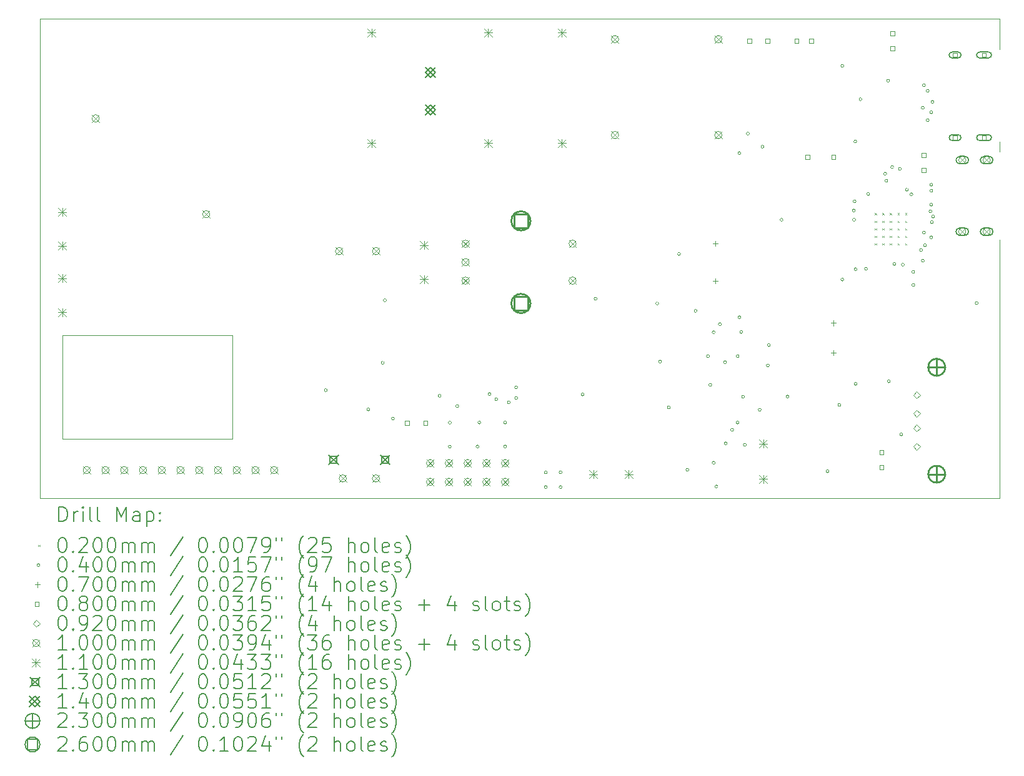
<source format=gbr>
%TF.GenerationSoftware,KiCad,Pcbnew,6.0.10-86aedd382b~118~ubuntu22.04.1*%
%TF.CreationDate,2023-01-15T12:46:25+03:00*%
%TF.ProjectId,xray,78726179-2e6b-4696-9361-645f70636258,rev?*%
%TF.SameCoordinates,Original*%
%TF.FileFunction,Drillmap*%
%TF.FilePolarity,Positive*%
%FSLAX45Y45*%
G04 Gerber Fmt 4.5, Leading zero omitted, Abs format (unit mm)*
G04 Created by KiCad (PCBNEW 6.0.10-86aedd382b~118~ubuntu22.04.1) date 2023-01-15 12:46:25*
%MOMM*%
%LPD*%
G01*
G04 APERTURE LIST*
%ADD10C,0.100000*%
%ADD11C,0.200000*%
%ADD12C,0.020000*%
%ADD13C,0.040000*%
%ADD14C,0.070000*%
%ADD15C,0.080000*%
%ADD16C,0.092000*%
%ADD17C,0.110000*%
%ADD18C,0.130000*%
%ADD19C,0.140000*%
%ADD20C,0.230000*%
%ADD21C,0.260000*%
G04 APERTURE END LIST*
D10*
X18551000Y-9309000D02*
X18551000Y-9174000D01*
X18551000Y-7504000D02*
X5551000Y-7504000D01*
X5851000Y-11794000D02*
X8151000Y-11794000D01*
X8151000Y-11794000D02*
X8151000Y-13204000D01*
X8151000Y-13204000D02*
X5851000Y-13204000D01*
X5851000Y-13204000D02*
X5851000Y-11794000D01*
X5551000Y-7504000D02*
X5551000Y-14004000D01*
X18551000Y-7504000D02*
X18551000Y-7914000D01*
X18551000Y-14004000D02*
X18551000Y-10499000D01*
X5551000Y-14004000D02*
X18551000Y-14004000D01*
D11*
D12*
X16861000Y-10139000D02*
X16881000Y-10159000D01*
X16881000Y-10139000D02*
X16861000Y-10159000D01*
X16861000Y-10241500D02*
X16881000Y-10261500D01*
X16881000Y-10241500D02*
X16861000Y-10261500D01*
X16861000Y-10344000D02*
X16881000Y-10364000D01*
X16881000Y-10344000D02*
X16861000Y-10364000D01*
X16861000Y-10446500D02*
X16881000Y-10466500D01*
X16881000Y-10446500D02*
X16861000Y-10466500D01*
X16861000Y-10549000D02*
X16881000Y-10569000D01*
X16881000Y-10549000D02*
X16861000Y-10569000D01*
X16963500Y-10139000D02*
X16983500Y-10159000D01*
X16983500Y-10139000D02*
X16963500Y-10159000D01*
X16963500Y-10241500D02*
X16983500Y-10261500D01*
X16983500Y-10241500D02*
X16963500Y-10261500D01*
X16963500Y-10344000D02*
X16983500Y-10364000D01*
X16983500Y-10344000D02*
X16963500Y-10364000D01*
X16963500Y-10446500D02*
X16983500Y-10466500D01*
X16983500Y-10446500D02*
X16963500Y-10466500D01*
X16963500Y-10549000D02*
X16983500Y-10569000D01*
X16983500Y-10549000D02*
X16963500Y-10569000D01*
X17066000Y-10139000D02*
X17086000Y-10159000D01*
X17086000Y-10139000D02*
X17066000Y-10159000D01*
X17066000Y-10241500D02*
X17086000Y-10261500D01*
X17086000Y-10241500D02*
X17066000Y-10261500D01*
X17066000Y-10344000D02*
X17086000Y-10364000D01*
X17086000Y-10344000D02*
X17066000Y-10364000D01*
X17066000Y-10446500D02*
X17086000Y-10466500D01*
X17086000Y-10446500D02*
X17066000Y-10466500D01*
X17066000Y-10549000D02*
X17086000Y-10569000D01*
X17086000Y-10549000D02*
X17066000Y-10569000D01*
X17168500Y-10139000D02*
X17188500Y-10159000D01*
X17188500Y-10139000D02*
X17168500Y-10159000D01*
X17168500Y-10241500D02*
X17188500Y-10261500D01*
X17188500Y-10241500D02*
X17168500Y-10261500D01*
X17168500Y-10344000D02*
X17188500Y-10364000D01*
X17188500Y-10344000D02*
X17168500Y-10364000D01*
X17168500Y-10446500D02*
X17188500Y-10466500D01*
X17188500Y-10446500D02*
X17168500Y-10466500D01*
X17168500Y-10549000D02*
X17188500Y-10569000D01*
X17188500Y-10549000D02*
X17168500Y-10569000D01*
X17271000Y-10139000D02*
X17291000Y-10159000D01*
X17291000Y-10139000D02*
X17271000Y-10159000D01*
X17271000Y-10241500D02*
X17291000Y-10261500D01*
X17291000Y-10241500D02*
X17271000Y-10261500D01*
X17271000Y-10344000D02*
X17291000Y-10364000D01*
X17291000Y-10344000D02*
X17271000Y-10364000D01*
X17271000Y-10446500D02*
X17291000Y-10466500D01*
X17291000Y-10446500D02*
X17271000Y-10466500D01*
X17271000Y-10549000D02*
X17291000Y-10569000D01*
X17291000Y-10549000D02*
X17271000Y-10569000D01*
D13*
X9440000Y-12540000D02*
G75*
G03*
X9440000Y-12540000I-20000J0D01*
G01*
X10017250Y-12800250D02*
G75*
G03*
X10017250Y-12800250I-20000J0D01*
G01*
X10212250Y-12167750D02*
G75*
G03*
X10212250Y-12167750I-20000J0D01*
G01*
X10240000Y-11320000D02*
G75*
G03*
X10240000Y-11320000I-20000J0D01*
G01*
X10351000Y-12924000D02*
G75*
G03*
X10351000Y-12924000I-20000J0D01*
G01*
X10983500Y-12616500D02*
G75*
G03*
X10983500Y-12616500I-20000J0D01*
G01*
X11121000Y-12979000D02*
G75*
G03*
X11121000Y-12979000I-20000J0D01*
G01*
X11121000Y-13304000D02*
G75*
G03*
X11121000Y-13304000I-20000J0D01*
G01*
X11221000Y-12754000D02*
G75*
G03*
X11221000Y-12754000I-20000J0D01*
G01*
X11496000Y-13304000D02*
G75*
G03*
X11496000Y-13304000I-20000J0D01*
G01*
X11521000Y-12979000D02*
G75*
G03*
X11521000Y-12979000I-20000J0D01*
G01*
X11658500Y-12591500D02*
G75*
G03*
X11658500Y-12591500I-20000J0D01*
G01*
X11751000Y-12664000D02*
G75*
G03*
X11751000Y-12664000I-20000J0D01*
G01*
X11871000Y-12979000D02*
G75*
G03*
X11871000Y-12979000I-20000J0D01*
G01*
X11871000Y-13304000D02*
G75*
G03*
X11871000Y-13304000I-20000J0D01*
G01*
X11921000Y-12704000D02*
G75*
G03*
X11921000Y-12704000I-20000J0D01*
G01*
X12020000Y-12500000D02*
G75*
G03*
X12020000Y-12500000I-20000J0D01*
G01*
X12021050Y-12644000D02*
G75*
G03*
X12021050Y-12644000I-20000J0D01*
G01*
X12421000Y-13654000D02*
G75*
G03*
X12421000Y-13654000I-20000J0D01*
G01*
X12421000Y-13854000D02*
G75*
G03*
X12421000Y-13854000I-20000J0D01*
G01*
X12621000Y-13654000D02*
G75*
G03*
X12621000Y-13654000I-20000J0D01*
G01*
X12621000Y-13854000D02*
G75*
G03*
X12621000Y-13854000I-20000J0D01*
G01*
X12921000Y-12599000D02*
G75*
G03*
X12921000Y-12599000I-20000J0D01*
G01*
X13095000Y-11300000D02*
G75*
G03*
X13095000Y-11300000I-20000J0D01*
G01*
X13931000Y-11364000D02*
G75*
G03*
X13931000Y-11364000I-20000J0D01*
G01*
X13971000Y-12151500D02*
G75*
G03*
X13971000Y-12151500I-20000J0D01*
G01*
X14088500Y-12773950D02*
G75*
G03*
X14088500Y-12773950I-20000J0D01*
G01*
X14227250Y-10692750D02*
G75*
G03*
X14227250Y-10692750I-20000J0D01*
G01*
X14340000Y-13620000D02*
G75*
G03*
X14340000Y-13620000I-20000J0D01*
G01*
X14451000Y-11464000D02*
G75*
G03*
X14451000Y-11464000I-20000J0D01*
G01*
X14621000Y-12079000D02*
G75*
G03*
X14621000Y-12079000I-20000J0D01*
G01*
X14651000Y-12468950D02*
G75*
G03*
X14651000Y-12468950I-20000J0D01*
G01*
X14695950Y-13524000D02*
G75*
G03*
X14695950Y-13524000I-20000J0D01*
G01*
X14696000Y-11754000D02*
G75*
G03*
X14696000Y-11754000I-20000J0D01*
G01*
X14734750Y-13845250D02*
G75*
G03*
X14734750Y-13845250I-20000J0D01*
G01*
X14781000Y-11644000D02*
G75*
G03*
X14781000Y-11644000I-20000J0D01*
G01*
X14851000Y-12159050D02*
G75*
G03*
X14851000Y-12159050I-20000J0D01*
G01*
X14860000Y-13260000D02*
G75*
G03*
X14860000Y-13260000I-20000J0D01*
G01*
X14946000Y-13079000D02*
G75*
G03*
X14946000Y-13079000I-20000J0D01*
G01*
X15021000Y-12079000D02*
G75*
G03*
X15021000Y-12079000I-20000J0D01*
G01*
X15021000Y-12979000D02*
G75*
G03*
X15021000Y-12979000I-20000J0D01*
G01*
X15045000Y-9325000D02*
G75*
G03*
X15045000Y-9325000I-20000J0D01*
G01*
X15045000Y-11550000D02*
G75*
G03*
X15045000Y-11550000I-20000J0D01*
G01*
X15070000Y-11750000D02*
G75*
G03*
X15070000Y-11750000I-20000J0D01*
G01*
X15096000Y-12629000D02*
G75*
G03*
X15096000Y-12629000I-20000J0D01*
G01*
X15120000Y-13280000D02*
G75*
G03*
X15120000Y-13280000I-20000J0D01*
G01*
X15160000Y-9060000D02*
G75*
G03*
X15160000Y-9060000I-20000J0D01*
G01*
X15321000Y-12804000D02*
G75*
G03*
X15321000Y-12804000I-20000J0D01*
G01*
X15357500Y-9237500D02*
G75*
G03*
X15357500Y-9237500I-20000J0D01*
G01*
X15431000Y-12204000D02*
G75*
G03*
X15431000Y-12204000I-20000J0D01*
G01*
X15446000Y-11929000D02*
G75*
G03*
X15446000Y-11929000I-20000J0D01*
G01*
X15616000Y-10229000D02*
G75*
G03*
X15616000Y-10229000I-20000J0D01*
G01*
X15698500Y-12626500D02*
G75*
G03*
X15698500Y-12626500I-20000J0D01*
G01*
X16240000Y-13640000D02*
G75*
G03*
X16240000Y-13640000I-20000J0D01*
G01*
X16400000Y-12740000D02*
G75*
G03*
X16400000Y-12740000I-20000J0D01*
G01*
X16440000Y-8140000D02*
G75*
G03*
X16440000Y-8140000I-20000J0D01*
G01*
X16440000Y-11040000D02*
G75*
G03*
X16440000Y-11040000I-20000J0D01*
G01*
X16596000Y-10104000D02*
G75*
G03*
X16596000Y-10104000I-20000J0D01*
G01*
X16599000Y-10229000D02*
G75*
G03*
X16599000Y-10229000I-20000J0D01*
G01*
X16606050Y-9979000D02*
G75*
G03*
X16606050Y-9979000I-20000J0D01*
G01*
X16615950Y-9166500D02*
G75*
G03*
X16615950Y-9166500I-20000J0D01*
G01*
X16620000Y-10900000D02*
G75*
G03*
X16620000Y-10900000I-20000J0D01*
G01*
X16621000Y-12454000D02*
G75*
G03*
X16621000Y-12454000I-20000J0D01*
G01*
X16685500Y-8594500D02*
G75*
G03*
X16685500Y-8594500I-20000J0D01*
G01*
X16761000Y-10894000D02*
G75*
G03*
X16761000Y-10894000I-20000J0D01*
G01*
X16791000Y-9879000D02*
G75*
G03*
X16791000Y-9879000I-20000J0D01*
G01*
X17021000Y-9604000D02*
G75*
G03*
X17021000Y-9604000I-20000J0D01*
G01*
X17035950Y-9700500D02*
G75*
G03*
X17035950Y-9700500I-20000J0D01*
G01*
X17061000Y-8344000D02*
G75*
G03*
X17061000Y-8344000I-20000J0D01*
G01*
X17071000Y-12420000D02*
G75*
G03*
X17071000Y-12420000I-20000J0D01*
G01*
X17115582Y-9514805D02*
G75*
G03*
X17115582Y-9514805I-20000J0D01*
G01*
X17146000Y-10829000D02*
G75*
G03*
X17146000Y-10829000I-20000J0D01*
G01*
X17221000Y-9539050D02*
G75*
G03*
X17221000Y-9539050I-20000J0D01*
G01*
X17240000Y-13140000D02*
G75*
G03*
X17240000Y-13140000I-20000J0D01*
G01*
X17261214Y-10837342D02*
G75*
G03*
X17261214Y-10837342I-20000J0D01*
G01*
X17313465Y-9821535D02*
G75*
G03*
X17313465Y-9821535I-20000J0D01*
G01*
X17376108Y-9883691D02*
G75*
G03*
X17376108Y-9883691I-20000J0D01*
G01*
X17401000Y-10934000D02*
G75*
G03*
X17401000Y-10934000I-20000J0D01*
G01*
X17401000Y-11114000D02*
G75*
G03*
X17401000Y-11114000I-20000J0D01*
G01*
X17508000Y-10639050D02*
G75*
G03*
X17508000Y-10639050I-20000J0D01*
G01*
X17531000Y-8710469D02*
G75*
G03*
X17531000Y-8710469I-20000J0D01*
G01*
X17531000Y-10784000D02*
G75*
G03*
X17531000Y-10784000I-20000J0D01*
G01*
X17546000Y-8404000D02*
G75*
G03*
X17546000Y-8404000I-20000J0D01*
G01*
X17546000Y-10404000D02*
G75*
G03*
X17546000Y-10404000I-20000J0D01*
G01*
X17561467Y-10574100D02*
G75*
G03*
X17561467Y-10574100I-20000J0D01*
G01*
X17596000Y-8479000D02*
G75*
G03*
X17596000Y-8479000I-20000J0D01*
G01*
X17596000Y-8879000D02*
G75*
G03*
X17596000Y-8879000I-20000J0D01*
G01*
X17634131Y-10113008D02*
G75*
G03*
X17634131Y-10113008I-20000J0D01*
G01*
X17644528Y-8770472D02*
G75*
G03*
X17644528Y-8770472I-20000J0D01*
G01*
X17645000Y-10025000D02*
G75*
G03*
X17645000Y-10025000I-20000J0D01*
G01*
X17646000Y-9754000D02*
G75*
G03*
X17646000Y-9754000I-20000J0D01*
G01*
X17646000Y-9833950D02*
G75*
G03*
X17646000Y-9833950I-20000J0D01*
G01*
X17646000Y-10466477D02*
G75*
G03*
X17646000Y-10466477I-20000J0D01*
G01*
X17653886Y-10262047D02*
G75*
G03*
X17653886Y-10262047I-20000J0D01*
G01*
X17660950Y-8629000D02*
G75*
G03*
X17660950Y-8629000I-20000J0D01*
G01*
X17671000Y-10183950D02*
G75*
G03*
X17671000Y-10183950I-20000J0D01*
G01*
X18260000Y-11360000D02*
G75*
G03*
X18260000Y-11360000I-20000J0D01*
G01*
D14*
X14701000Y-10515000D02*
X14701000Y-10585000D01*
X14666000Y-10550000D02*
X14736000Y-10550000D01*
X14701000Y-11023000D02*
X14701000Y-11093000D01*
X14666000Y-11058000D02*
X14736000Y-11058000D01*
X16301000Y-11594000D02*
X16301000Y-11664000D01*
X16266000Y-11629000D02*
X16336000Y-11629000D01*
X16301000Y-11994000D02*
X16301000Y-12064000D01*
X16266000Y-12029000D02*
X16336000Y-12029000D01*
D15*
X10549796Y-13012284D02*
X10549796Y-12955715D01*
X10493227Y-12955715D01*
X10493227Y-13012284D01*
X10549796Y-13012284D01*
X10799796Y-13012284D02*
X10799796Y-12955715D01*
X10743227Y-12955715D01*
X10743227Y-13012284D01*
X10799796Y-13012284D01*
X15187773Y-7832284D02*
X15187773Y-7775715D01*
X15131204Y-7775715D01*
X15131204Y-7832284D01*
X15187773Y-7832284D01*
X15437773Y-7832284D02*
X15437773Y-7775715D01*
X15381204Y-7775715D01*
X15381204Y-7832284D01*
X15437773Y-7832284D01*
X15828284Y-7828284D02*
X15828284Y-7771715D01*
X15771715Y-7771715D01*
X15771715Y-7828284D01*
X15828284Y-7828284D01*
X15979284Y-9407285D02*
X15979284Y-9350716D01*
X15922715Y-9350716D01*
X15922715Y-9407285D01*
X15979284Y-9407285D01*
X16028284Y-7828284D02*
X16028284Y-7771715D01*
X15971715Y-7771715D01*
X15971715Y-7828284D01*
X16028284Y-7828284D01*
X16329284Y-9407285D02*
X16329284Y-9350716D01*
X16272715Y-9350716D01*
X16272715Y-9407285D01*
X16329284Y-9407285D01*
X16979285Y-13411773D02*
X16979285Y-13355204D01*
X16922716Y-13355204D01*
X16922716Y-13411773D01*
X16979285Y-13411773D01*
X16979285Y-13611773D02*
X16979285Y-13555204D01*
X16922716Y-13555204D01*
X16922716Y-13611773D01*
X16979285Y-13611773D01*
X17129285Y-7732284D02*
X17129285Y-7675715D01*
X17072716Y-7675715D01*
X17072716Y-7732284D01*
X17129285Y-7732284D01*
X17129285Y-7932284D02*
X17129285Y-7875715D01*
X17072716Y-7875715D01*
X17072716Y-7932284D01*
X17129285Y-7932284D01*
X17554285Y-9382285D02*
X17554285Y-9325716D01*
X17497716Y-9325716D01*
X17497716Y-9382285D01*
X17554285Y-9382285D01*
X17554285Y-9582285D02*
X17554285Y-9525716D01*
X17497716Y-9525716D01*
X17497716Y-9582285D01*
X17554285Y-9582285D01*
X17976785Y-8022284D02*
X17976785Y-7965715D01*
X17920216Y-7965715D01*
X17920216Y-8022284D01*
X17976785Y-8022284D01*
D11*
X17988500Y-7954000D02*
X17908500Y-7954000D01*
X17988500Y-8034000D02*
X17908500Y-8034000D01*
X17908500Y-7954000D02*
G75*
G03*
X17908500Y-8034000I0J-40000D01*
G01*
X17988500Y-8034000D02*
G75*
G03*
X17988500Y-7954000I0J40000D01*
G01*
D15*
X17976785Y-9142285D02*
X17976785Y-9085716D01*
X17920216Y-9085716D01*
X17920216Y-9142285D01*
X17976785Y-9142285D01*
D11*
X17988500Y-9074000D02*
X17908500Y-9074000D01*
X17988500Y-9154000D02*
X17908500Y-9154000D01*
X17908500Y-9074000D02*
G75*
G03*
X17908500Y-9154000I0J-40000D01*
G01*
X17988500Y-9154000D02*
G75*
G03*
X17988500Y-9074000I0J40000D01*
G01*
D15*
X18369285Y-8022284D02*
X18369285Y-7965715D01*
X18312716Y-7965715D01*
X18312716Y-8022284D01*
X18369285Y-8022284D01*
D11*
X18401000Y-7954000D02*
X18281000Y-7954000D01*
X18401000Y-8034000D02*
X18281000Y-8034000D01*
X18281000Y-7954000D02*
G75*
G03*
X18281000Y-8034000I0J-40000D01*
G01*
X18401000Y-8034000D02*
G75*
G03*
X18401000Y-7954000I0J40000D01*
G01*
D15*
X18369285Y-9142285D02*
X18369285Y-9085716D01*
X18312716Y-9085716D01*
X18312716Y-9142285D01*
X18369285Y-9142285D01*
D11*
X18401000Y-9074000D02*
X18281000Y-9074000D01*
X18401000Y-9154000D02*
X18281000Y-9154000D01*
X18281000Y-9074000D02*
G75*
G03*
X18281000Y-9154000I0J-40000D01*
G01*
X18401000Y-9154000D02*
G75*
G03*
X18401000Y-9074000I0J40000D01*
G01*
D16*
X17428250Y-12650000D02*
X17474250Y-12604000D01*
X17428250Y-12558000D01*
X17382250Y-12604000D01*
X17428250Y-12650000D01*
X17428250Y-12900000D02*
X17474250Y-12854000D01*
X17428250Y-12808000D01*
X17382250Y-12854000D01*
X17428250Y-12900000D01*
X17428250Y-13100000D02*
X17474250Y-13054000D01*
X17428250Y-13008000D01*
X17382250Y-13054000D01*
X17428250Y-13100000D01*
X17428250Y-13350000D02*
X17474250Y-13304000D01*
X17428250Y-13258000D01*
X17382250Y-13304000D01*
X17428250Y-13350000D01*
D10*
X6131000Y-13574000D02*
X6231000Y-13674000D01*
X6231000Y-13574000D02*
X6131000Y-13674000D01*
X6231000Y-13624000D02*
G75*
G03*
X6231000Y-13624000I-50000J0D01*
G01*
X6251000Y-8804000D02*
X6351000Y-8904000D01*
X6351000Y-8804000D02*
X6251000Y-8904000D01*
X6351000Y-8854000D02*
G75*
G03*
X6351000Y-8854000I-50000J0D01*
G01*
X6385000Y-13574000D02*
X6485000Y-13674000D01*
X6485000Y-13574000D02*
X6385000Y-13674000D01*
X6485000Y-13624000D02*
G75*
G03*
X6485000Y-13624000I-50000J0D01*
G01*
X6639000Y-13574000D02*
X6739000Y-13674000D01*
X6739000Y-13574000D02*
X6639000Y-13674000D01*
X6739000Y-13624000D02*
G75*
G03*
X6739000Y-13624000I-50000J0D01*
G01*
X6893000Y-13574000D02*
X6993000Y-13674000D01*
X6993000Y-13574000D02*
X6893000Y-13674000D01*
X6993000Y-13624000D02*
G75*
G03*
X6993000Y-13624000I-50000J0D01*
G01*
X7147000Y-13574000D02*
X7247000Y-13674000D01*
X7247000Y-13574000D02*
X7147000Y-13674000D01*
X7247000Y-13624000D02*
G75*
G03*
X7247000Y-13624000I-50000J0D01*
G01*
X7401000Y-13574000D02*
X7501000Y-13674000D01*
X7501000Y-13574000D02*
X7401000Y-13674000D01*
X7501000Y-13624000D02*
G75*
G03*
X7501000Y-13624000I-50000J0D01*
G01*
X7655000Y-13574000D02*
X7755000Y-13674000D01*
X7755000Y-13574000D02*
X7655000Y-13674000D01*
X7755000Y-13624000D02*
G75*
G03*
X7755000Y-13624000I-50000J0D01*
G01*
X7751000Y-10104000D02*
X7851000Y-10204000D01*
X7851000Y-10104000D02*
X7751000Y-10204000D01*
X7851000Y-10154000D02*
G75*
G03*
X7851000Y-10154000I-50000J0D01*
G01*
X7909000Y-13574000D02*
X8009000Y-13674000D01*
X8009000Y-13574000D02*
X7909000Y-13674000D01*
X8009000Y-13624000D02*
G75*
G03*
X8009000Y-13624000I-50000J0D01*
G01*
X8163000Y-13574000D02*
X8263000Y-13674000D01*
X8263000Y-13574000D02*
X8163000Y-13674000D01*
X8263000Y-13624000D02*
G75*
G03*
X8263000Y-13624000I-50000J0D01*
G01*
X8417000Y-13574000D02*
X8517000Y-13674000D01*
X8517000Y-13574000D02*
X8417000Y-13674000D01*
X8517000Y-13624000D02*
G75*
G03*
X8517000Y-13624000I-50000J0D01*
G01*
X8671000Y-13574000D02*
X8771000Y-13674000D01*
X8771000Y-13574000D02*
X8671000Y-13674000D01*
X8771000Y-13624000D02*
G75*
G03*
X8771000Y-13624000I-50000J0D01*
G01*
X9551000Y-10604000D02*
X9651000Y-10704000D01*
X9651000Y-10604000D02*
X9551000Y-10704000D01*
X9651000Y-10654000D02*
G75*
G03*
X9651000Y-10654000I-50000J0D01*
G01*
X9601000Y-13686500D02*
X9701000Y-13786500D01*
X9701000Y-13686500D02*
X9601000Y-13786500D01*
X9701000Y-13736500D02*
G75*
G03*
X9701000Y-13736500I-50000J0D01*
G01*
X10051000Y-10604000D02*
X10151000Y-10704000D01*
X10151000Y-10604000D02*
X10051000Y-10704000D01*
X10151000Y-10654000D02*
G75*
G03*
X10151000Y-10654000I-50000J0D01*
G01*
X10051000Y-13686500D02*
X10151000Y-13786500D01*
X10151000Y-13686500D02*
X10051000Y-13786500D01*
X10151000Y-13736500D02*
G75*
G03*
X10151000Y-13736500I-50000J0D01*
G01*
X10785000Y-13479000D02*
X10885000Y-13579000D01*
X10885000Y-13479000D02*
X10785000Y-13579000D01*
X10885000Y-13529000D02*
G75*
G03*
X10885000Y-13529000I-50000J0D01*
G01*
X10785000Y-13733000D02*
X10885000Y-13833000D01*
X10885000Y-13733000D02*
X10785000Y-13833000D01*
X10885000Y-13783000D02*
G75*
G03*
X10885000Y-13783000I-50000J0D01*
G01*
X11039000Y-13479000D02*
X11139000Y-13579000D01*
X11139000Y-13479000D02*
X11039000Y-13579000D01*
X11139000Y-13529000D02*
G75*
G03*
X11139000Y-13529000I-50000J0D01*
G01*
X11039000Y-13733000D02*
X11139000Y-13833000D01*
X11139000Y-13733000D02*
X11039000Y-13833000D01*
X11139000Y-13783000D02*
G75*
G03*
X11139000Y-13783000I-50000J0D01*
G01*
X11265000Y-10504000D02*
X11365000Y-10604000D01*
X11365000Y-10504000D02*
X11265000Y-10604000D01*
X11365000Y-10554000D02*
G75*
G03*
X11365000Y-10554000I-50000J0D01*
G01*
X11265000Y-10754000D02*
X11365000Y-10854000D01*
X11365000Y-10754000D02*
X11265000Y-10854000D01*
X11365000Y-10804000D02*
G75*
G03*
X11365000Y-10804000I-50000J0D01*
G01*
X11265000Y-11004000D02*
X11365000Y-11104000D01*
X11365000Y-11004000D02*
X11265000Y-11104000D01*
X11365000Y-11054000D02*
G75*
G03*
X11365000Y-11054000I-50000J0D01*
G01*
X11293000Y-13479000D02*
X11393000Y-13579000D01*
X11393000Y-13479000D02*
X11293000Y-13579000D01*
X11393000Y-13529000D02*
G75*
G03*
X11393000Y-13529000I-50000J0D01*
G01*
X11293000Y-13733000D02*
X11393000Y-13833000D01*
X11393000Y-13733000D02*
X11293000Y-13833000D01*
X11393000Y-13783000D02*
G75*
G03*
X11393000Y-13783000I-50000J0D01*
G01*
X11547000Y-13479000D02*
X11647000Y-13579000D01*
X11647000Y-13479000D02*
X11547000Y-13579000D01*
X11647000Y-13529000D02*
G75*
G03*
X11647000Y-13529000I-50000J0D01*
G01*
X11547000Y-13733000D02*
X11647000Y-13833000D01*
X11647000Y-13733000D02*
X11547000Y-13833000D01*
X11647000Y-13783000D02*
G75*
G03*
X11647000Y-13783000I-50000J0D01*
G01*
X11801000Y-13479000D02*
X11901000Y-13579000D01*
X11901000Y-13479000D02*
X11801000Y-13579000D01*
X11901000Y-13529000D02*
G75*
G03*
X11901000Y-13529000I-50000J0D01*
G01*
X11801000Y-13733000D02*
X11901000Y-13833000D01*
X11901000Y-13733000D02*
X11801000Y-13833000D01*
X11901000Y-13783000D02*
G75*
G03*
X11901000Y-13783000I-50000J0D01*
G01*
X12715000Y-10504000D02*
X12815000Y-10604000D01*
X12815000Y-10504000D02*
X12715000Y-10604000D01*
X12815000Y-10554000D02*
G75*
G03*
X12815000Y-10554000I-50000J0D01*
G01*
X12715000Y-11004000D02*
X12815000Y-11104000D01*
X12815000Y-11004000D02*
X12715000Y-11104000D01*
X12815000Y-11054000D02*
G75*
G03*
X12815000Y-11054000I-50000J0D01*
G01*
X13290000Y-7730000D02*
X13390000Y-7830000D01*
X13390000Y-7730000D02*
X13290000Y-7830000D01*
X13390000Y-7780000D02*
G75*
G03*
X13390000Y-7780000I-50000J0D01*
G01*
X13290000Y-9030000D02*
X13390000Y-9130000D01*
X13390000Y-9030000D02*
X13290000Y-9130000D01*
X13390000Y-9080000D02*
G75*
G03*
X13390000Y-9080000I-50000J0D01*
G01*
X14690000Y-7730000D02*
X14790000Y-7830000D01*
X14790000Y-7730000D02*
X14690000Y-7830000D01*
X14790000Y-7780000D02*
G75*
G03*
X14790000Y-7780000I-50000J0D01*
G01*
X14690000Y-9030000D02*
X14790000Y-9130000D01*
X14790000Y-9030000D02*
X14690000Y-9130000D01*
X14790000Y-9080000D02*
G75*
G03*
X14790000Y-9080000I-50000J0D01*
G01*
X17996000Y-9369000D02*
X18096000Y-9469000D01*
X18096000Y-9369000D02*
X17996000Y-9469000D01*
X18096000Y-9419000D02*
G75*
G03*
X18096000Y-9419000I-50000J0D01*
G01*
D11*
X18011000Y-9469000D02*
X18081000Y-9469000D01*
X18011000Y-9369000D02*
X18081000Y-9369000D01*
X18081000Y-9469000D02*
G75*
G03*
X18081000Y-9369000I0J50000D01*
G01*
X18011000Y-9369000D02*
G75*
G03*
X18011000Y-9469000I0J-50000D01*
G01*
D10*
X17996000Y-10339000D02*
X18096000Y-10439000D01*
X18096000Y-10339000D02*
X17996000Y-10439000D01*
X18096000Y-10389000D02*
G75*
G03*
X18096000Y-10389000I-50000J0D01*
G01*
D11*
X18011000Y-10439000D02*
X18081000Y-10439000D01*
X18011000Y-10339000D02*
X18081000Y-10339000D01*
X18081000Y-10439000D02*
G75*
G03*
X18081000Y-10339000I0J50000D01*
G01*
X18011000Y-10339000D02*
G75*
G03*
X18011000Y-10439000I0J-50000D01*
G01*
D10*
X18326000Y-9369000D02*
X18426000Y-9469000D01*
X18426000Y-9369000D02*
X18326000Y-9469000D01*
X18426000Y-9419000D02*
G75*
G03*
X18426000Y-9419000I-50000J0D01*
G01*
D11*
X18341000Y-9469000D02*
X18411000Y-9469000D01*
X18341000Y-9369000D02*
X18411000Y-9369000D01*
X18411000Y-9469000D02*
G75*
G03*
X18411000Y-9369000I0J50000D01*
G01*
X18341000Y-9369000D02*
G75*
G03*
X18341000Y-9469000I0J-50000D01*
G01*
D10*
X18326000Y-10339000D02*
X18426000Y-10439000D01*
X18426000Y-10339000D02*
X18326000Y-10439000D01*
X18426000Y-10389000D02*
G75*
G03*
X18426000Y-10389000I-50000J0D01*
G01*
D11*
X18341000Y-10439000D02*
X18411000Y-10439000D01*
X18341000Y-10339000D02*
X18411000Y-10339000D01*
X18411000Y-10439000D02*
G75*
G03*
X18411000Y-10339000I0J50000D01*
G01*
X18341000Y-10339000D02*
G75*
G03*
X18341000Y-10439000I0J-50000D01*
G01*
D17*
X5796000Y-10069000D02*
X5906000Y-10179000D01*
X5906000Y-10069000D02*
X5796000Y-10179000D01*
X5851000Y-10069000D02*
X5851000Y-10179000D01*
X5796000Y-10124000D02*
X5906000Y-10124000D01*
X5796000Y-10529000D02*
X5906000Y-10639000D01*
X5906000Y-10529000D02*
X5796000Y-10639000D01*
X5851000Y-10529000D02*
X5851000Y-10639000D01*
X5796000Y-10584000D02*
X5906000Y-10584000D01*
X5796000Y-10969000D02*
X5906000Y-11079000D01*
X5906000Y-10969000D02*
X5796000Y-11079000D01*
X5851000Y-10969000D02*
X5851000Y-11079000D01*
X5796000Y-11024000D02*
X5906000Y-11024000D01*
X5796000Y-11429000D02*
X5906000Y-11539000D01*
X5906000Y-11429000D02*
X5796000Y-11539000D01*
X5851000Y-11429000D02*
X5851000Y-11539000D01*
X5796000Y-11484000D02*
X5906000Y-11484000D01*
X9985000Y-7635000D02*
X10095000Y-7745000D01*
X10095000Y-7635000D02*
X9985000Y-7745000D01*
X10040000Y-7635000D02*
X10040000Y-7745000D01*
X9985000Y-7690000D02*
X10095000Y-7690000D01*
X9985000Y-9135000D02*
X10095000Y-9245000D01*
X10095000Y-9135000D02*
X9985000Y-9245000D01*
X10040000Y-9135000D02*
X10040000Y-9245000D01*
X9985000Y-9190000D02*
X10095000Y-9190000D01*
X10696000Y-10519000D02*
X10806000Y-10629000D01*
X10806000Y-10519000D02*
X10696000Y-10629000D01*
X10751000Y-10519000D02*
X10751000Y-10629000D01*
X10696000Y-10574000D02*
X10806000Y-10574000D01*
X10696000Y-10979000D02*
X10806000Y-11089000D01*
X10806000Y-10979000D02*
X10696000Y-11089000D01*
X10751000Y-10979000D02*
X10751000Y-11089000D01*
X10696000Y-11034000D02*
X10806000Y-11034000D01*
X11565000Y-7635000D02*
X11675000Y-7745000D01*
X11675000Y-7635000D02*
X11565000Y-7745000D01*
X11620000Y-7635000D02*
X11620000Y-7745000D01*
X11565000Y-7690000D02*
X11675000Y-7690000D01*
X11565000Y-9135000D02*
X11675000Y-9245000D01*
X11675000Y-9135000D02*
X11565000Y-9245000D01*
X11620000Y-9135000D02*
X11620000Y-9245000D01*
X11565000Y-9190000D02*
X11675000Y-9190000D01*
X12565000Y-7635000D02*
X12675000Y-7745000D01*
X12675000Y-7635000D02*
X12565000Y-7745000D01*
X12620000Y-7635000D02*
X12620000Y-7745000D01*
X12565000Y-7690000D02*
X12675000Y-7690000D01*
X12565000Y-9135000D02*
X12675000Y-9245000D01*
X12675000Y-9135000D02*
X12565000Y-9245000D01*
X12620000Y-9135000D02*
X12620000Y-9245000D01*
X12565000Y-9190000D02*
X12675000Y-9190000D01*
X12991000Y-13624000D02*
X13101000Y-13734000D01*
X13101000Y-13624000D02*
X12991000Y-13734000D01*
X13046000Y-13624000D02*
X13046000Y-13734000D01*
X12991000Y-13679000D02*
X13101000Y-13679000D01*
X13471000Y-13624000D02*
X13581000Y-13734000D01*
X13581000Y-13624000D02*
X13471000Y-13734000D01*
X13526000Y-13624000D02*
X13526000Y-13734000D01*
X13471000Y-13679000D02*
X13581000Y-13679000D01*
X15296000Y-13209000D02*
X15406000Y-13319000D01*
X15406000Y-13209000D02*
X15296000Y-13319000D01*
X15351000Y-13209000D02*
X15351000Y-13319000D01*
X15296000Y-13264000D02*
X15406000Y-13264000D01*
X15296000Y-13689000D02*
X15406000Y-13799000D01*
X15406000Y-13689000D02*
X15296000Y-13799000D01*
X15351000Y-13689000D02*
X15351000Y-13799000D01*
X15296000Y-13744000D02*
X15406000Y-13744000D01*
D18*
X9461000Y-13421500D02*
X9591000Y-13551500D01*
X9591000Y-13421500D02*
X9461000Y-13551500D01*
X9571962Y-13532462D02*
X9571962Y-13440538D01*
X9480038Y-13440538D01*
X9480038Y-13532462D01*
X9571962Y-13532462D01*
X10161000Y-13421500D02*
X10291000Y-13551500D01*
X10291000Y-13421500D02*
X10161000Y-13551500D01*
X10271962Y-13532462D02*
X10271962Y-13440538D01*
X10180038Y-13440538D01*
X10180038Y-13532462D01*
X10271962Y-13532462D01*
D19*
X10770000Y-8158450D02*
X10910000Y-8298450D01*
X10910000Y-8158450D02*
X10770000Y-8298450D01*
X10840000Y-8298450D02*
X10910000Y-8228450D01*
X10840000Y-8158450D01*
X10770000Y-8228450D01*
X10840000Y-8298450D01*
X10770000Y-8666450D02*
X10910000Y-8806450D01*
X10910000Y-8666450D02*
X10770000Y-8806450D01*
X10840000Y-8806450D02*
X10910000Y-8736450D01*
X10840000Y-8666450D01*
X10770000Y-8736450D01*
X10840000Y-8806450D01*
D20*
X17699250Y-12114000D02*
X17699250Y-12344000D01*
X17584250Y-12229000D02*
X17814250Y-12229000D01*
X17814250Y-12229000D02*
G75*
G03*
X17814250Y-12229000I-115000J0D01*
G01*
X17699250Y-13564000D02*
X17699250Y-13794000D01*
X17584250Y-13679000D02*
X17814250Y-13679000D01*
X17814250Y-13679000D02*
G75*
G03*
X17814250Y-13679000I-115000J0D01*
G01*
D21*
X12156925Y-10335925D02*
X12156925Y-10152075D01*
X11973075Y-10152075D01*
X11973075Y-10335925D01*
X12156925Y-10335925D01*
X12195000Y-10244000D02*
G75*
G03*
X12195000Y-10244000I-130000J0D01*
G01*
X12156925Y-11455925D02*
X12156925Y-11272075D01*
X11973075Y-11272075D01*
X11973075Y-11455925D01*
X12156925Y-11455925D01*
X12195000Y-11364000D02*
G75*
G03*
X12195000Y-11364000I-130000J0D01*
G01*
D11*
X5803619Y-14319476D02*
X5803619Y-14119476D01*
X5851238Y-14119476D01*
X5879809Y-14129000D01*
X5898857Y-14148048D01*
X5908381Y-14167095D01*
X5917905Y-14205190D01*
X5917905Y-14233762D01*
X5908381Y-14271857D01*
X5898857Y-14290905D01*
X5879809Y-14309952D01*
X5851238Y-14319476D01*
X5803619Y-14319476D01*
X6003619Y-14319476D02*
X6003619Y-14186143D01*
X6003619Y-14224238D02*
X6013143Y-14205190D01*
X6022667Y-14195667D01*
X6041714Y-14186143D01*
X6060762Y-14186143D01*
X6127428Y-14319476D02*
X6127428Y-14186143D01*
X6127428Y-14119476D02*
X6117905Y-14129000D01*
X6127428Y-14138524D01*
X6136952Y-14129000D01*
X6127428Y-14119476D01*
X6127428Y-14138524D01*
X6251238Y-14319476D02*
X6232190Y-14309952D01*
X6222667Y-14290905D01*
X6222667Y-14119476D01*
X6356000Y-14319476D02*
X6336952Y-14309952D01*
X6327428Y-14290905D01*
X6327428Y-14119476D01*
X6584571Y-14319476D02*
X6584571Y-14119476D01*
X6651238Y-14262333D01*
X6717905Y-14119476D01*
X6717905Y-14319476D01*
X6898857Y-14319476D02*
X6898857Y-14214714D01*
X6889333Y-14195667D01*
X6870286Y-14186143D01*
X6832190Y-14186143D01*
X6813143Y-14195667D01*
X6898857Y-14309952D02*
X6879809Y-14319476D01*
X6832190Y-14319476D01*
X6813143Y-14309952D01*
X6803619Y-14290905D01*
X6803619Y-14271857D01*
X6813143Y-14252809D01*
X6832190Y-14243286D01*
X6879809Y-14243286D01*
X6898857Y-14233762D01*
X6994095Y-14186143D02*
X6994095Y-14386143D01*
X6994095Y-14195667D02*
X7013143Y-14186143D01*
X7051238Y-14186143D01*
X7070286Y-14195667D01*
X7079809Y-14205190D01*
X7089333Y-14224238D01*
X7089333Y-14281381D01*
X7079809Y-14300428D01*
X7070286Y-14309952D01*
X7051238Y-14319476D01*
X7013143Y-14319476D01*
X6994095Y-14309952D01*
X7175048Y-14300428D02*
X7184571Y-14309952D01*
X7175048Y-14319476D01*
X7165524Y-14309952D01*
X7175048Y-14300428D01*
X7175048Y-14319476D01*
X7175048Y-14195667D02*
X7184571Y-14205190D01*
X7175048Y-14214714D01*
X7165524Y-14205190D01*
X7175048Y-14195667D01*
X7175048Y-14214714D01*
D12*
X5526000Y-14639000D02*
X5546000Y-14659000D01*
X5546000Y-14639000D02*
X5526000Y-14659000D01*
D11*
X5841714Y-14539476D02*
X5860762Y-14539476D01*
X5879809Y-14549000D01*
X5889333Y-14558524D01*
X5898857Y-14577571D01*
X5908381Y-14615667D01*
X5908381Y-14663286D01*
X5898857Y-14701381D01*
X5889333Y-14720428D01*
X5879809Y-14729952D01*
X5860762Y-14739476D01*
X5841714Y-14739476D01*
X5822667Y-14729952D01*
X5813143Y-14720428D01*
X5803619Y-14701381D01*
X5794095Y-14663286D01*
X5794095Y-14615667D01*
X5803619Y-14577571D01*
X5813143Y-14558524D01*
X5822667Y-14549000D01*
X5841714Y-14539476D01*
X5994095Y-14720428D02*
X6003619Y-14729952D01*
X5994095Y-14739476D01*
X5984571Y-14729952D01*
X5994095Y-14720428D01*
X5994095Y-14739476D01*
X6079809Y-14558524D02*
X6089333Y-14549000D01*
X6108381Y-14539476D01*
X6156000Y-14539476D01*
X6175048Y-14549000D01*
X6184571Y-14558524D01*
X6194095Y-14577571D01*
X6194095Y-14596619D01*
X6184571Y-14625190D01*
X6070286Y-14739476D01*
X6194095Y-14739476D01*
X6317905Y-14539476D02*
X6336952Y-14539476D01*
X6356000Y-14549000D01*
X6365524Y-14558524D01*
X6375048Y-14577571D01*
X6384571Y-14615667D01*
X6384571Y-14663286D01*
X6375048Y-14701381D01*
X6365524Y-14720428D01*
X6356000Y-14729952D01*
X6336952Y-14739476D01*
X6317905Y-14739476D01*
X6298857Y-14729952D01*
X6289333Y-14720428D01*
X6279809Y-14701381D01*
X6270286Y-14663286D01*
X6270286Y-14615667D01*
X6279809Y-14577571D01*
X6289333Y-14558524D01*
X6298857Y-14549000D01*
X6317905Y-14539476D01*
X6508381Y-14539476D02*
X6527428Y-14539476D01*
X6546476Y-14549000D01*
X6556000Y-14558524D01*
X6565524Y-14577571D01*
X6575048Y-14615667D01*
X6575048Y-14663286D01*
X6565524Y-14701381D01*
X6556000Y-14720428D01*
X6546476Y-14729952D01*
X6527428Y-14739476D01*
X6508381Y-14739476D01*
X6489333Y-14729952D01*
X6479809Y-14720428D01*
X6470286Y-14701381D01*
X6460762Y-14663286D01*
X6460762Y-14615667D01*
X6470286Y-14577571D01*
X6479809Y-14558524D01*
X6489333Y-14549000D01*
X6508381Y-14539476D01*
X6660762Y-14739476D02*
X6660762Y-14606143D01*
X6660762Y-14625190D02*
X6670286Y-14615667D01*
X6689333Y-14606143D01*
X6717905Y-14606143D01*
X6736952Y-14615667D01*
X6746476Y-14634714D01*
X6746476Y-14739476D01*
X6746476Y-14634714D02*
X6756000Y-14615667D01*
X6775048Y-14606143D01*
X6803619Y-14606143D01*
X6822667Y-14615667D01*
X6832190Y-14634714D01*
X6832190Y-14739476D01*
X6927428Y-14739476D02*
X6927428Y-14606143D01*
X6927428Y-14625190D02*
X6936952Y-14615667D01*
X6956000Y-14606143D01*
X6984571Y-14606143D01*
X7003619Y-14615667D01*
X7013143Y-14634714D01*
X7013143Y-14739476D01*
X7013143Y-14634714D02*
X7022667Y-14615667D01*
X7041714Y-14606143D01*
X7070286Y-14606143D01*
X7089333Y-14615667D01*
X7098857Y-14634714D01*
X7098857Y-14739476D01*
X7489333Y-14529952D02*
X7317905Y-14787095D01*
X7746476Y-14539476D02*
X7765524Y-14539476D01*
X7784571Y-14549000D01*
X7794095Y-14558524D01*
X7803619Y-14577571D01*
X7813143Y-14615667D01*
X7813143Y-14663286D01*
X7803619Y-14701381D01*
X7794095Y-14720428D01*
X7784571Y-14729952D01*
X7765524Y-14739476D01*
X7746476Y-14739476D01*
X7727428Y-14729952D01*
X7717905Y-14720428D01*
X7708381Y-14701381D01*
X7698857Y-14663286D01*
X7698857Y-14615667D01*
X7708381Y-14577571D01*
X7717905Y-14558524D01*
X7727428Y-14549000D01*
X7746476Y-14539476D01*
X7898857Y-14720428D02*
X7908381Y-14729952D01*
X7898857Y-14739476D01*
X7889333Y-14729952D01*
X7898857Y-14720428D01*
X7898857Y-14739476D01*
X8032190Y-14539476D02*
X8051238Y-14539476D01*
X8070286Y-14549000D01*
X8079809Y-14558524D01*
X8089333Y-14577571D01*
X8098857Y-14615667D01*
X8098857Y-14663286D01*
X8089333Y-14701381D01*
X8079809Y-14720428D01*
X8070286Y-14729952D01*
X8051238Y-14739476D01*
X8032190Y-14739476D01*
X8013143Y-14729952D01*
X8003619Y-14720428D01*
X7994095Y-14701381D01*
X7984571Y-14663286D01*
X7984571Y-14615667D01*
X7994095Y-14577571D01*
X8003619Y-14558524D01*
X8013143Y-14549000D01*
X8032190Y-14539476D01*
X8222667Y-14539476D02*
X8241714Y-14539476D01*
X8260762Y-14549000D01*
X8270286Y-14558524D01*
X8279809Y-14577571D01*
X8289333Y-14615667D01*
X8289333Y-14663286D01*
X8279809Y-14701381D01*
X8270286Y-14720428D01*
X8260762Y-14729952D01*
X8241714Y-14739476D01*
X8222667Y-14739476D01*
X8203619Y-14729952D01*
X8194095Y-14720428D01*
X8184571Y-14701381D01*
X8175048Y-14663286D01*
X8175048Y-14615667D01*
X8184571Y-14577571D01*
X8194095Y-14558524D01*
X8203619Y-14549000D01*
X8222667Y-14539476D01*
X8356000Y-14539476D02*
X8489333Y-14539476D01*
X8403619Y-14739476D01*
X8575048Y-14739476D02*
X8613143Y-14739476D01*
X8632190Y-14729952D01*
X8641714Y-14720428D01*
X8660762Y-14691857D01*
X8670286Y-14653762D01*
X8670286Y-14577571D01*
X8660762Y-14558524D01*
X8651238Y-14549000D01*
X8632190Y-14539476D01*
X8594095Y-14539476D01*
X8575048Y-14549000D01*
X8565524Y-14558524D01*
X8556000Y-14577571D01*
X8556000Y-14625190D01*
X8565524Y-14644238D01*
X8575048Y-14653762D01*
X8594095Y-14663286D01*
X8632190Y-14663286D01*
X8651238Y-14653762D01*
X8660762Y-14644238D01*
X8670286Y-14625190D01*
X8746476Y-14539476D02*
X8746476Y-14577571D01*
X8822667Y-14539476D02*
X8822667Y-14577571D01*
X9117905Y-14815667D02*
X9108381Y-14806143D01*
X9089333Y-14777571D01*
X9079810Y-14758524D01*
X9070286Y-14729952D01*
X9060762Y-14682333D01*
X9060762Y-14644238D01*
X9070286Y-14596619D01*
X9079810Y-14568048D01*
X9089333Y-14549000D01*
X9108381Y-14520428D01*
X9117905Y-14510905D01*
X9184571Y-14558524D02*
X9194095Y-14549000D01*
X9213143Y-14539476D01*
X9260762Y-14539476D01*
X9279810Y-14549000D01*
X9289333Y-14558524D01*
X9298857Y-14577571D01*
X9298857Y-14596619D01*
X9289333Y-14625190D01*
X9175048Y-14739476D01*
X9298857Y-14739476D01*
X9479810Y-14539476D02*
X9384571Y-14539476D01*
X9375048Y-14634714D01*
X9384571Y-14625190D01*
X9403619Y-14615667D01*
X9451238Y-14615667D01*
X9470286Y-14625190D01*
X9479810Y-14634714D01*
X9489333Y-14653762D01*
X9489333Y-14701381D01*
X9479810Y-14720428D01*
X9470286Y-14729952D01*
X9451238Y-14739476D01*
X9403619Y-14739476D01*
X9384571Y-14729952D01*
X9375048Y-14720428D01*
X9727429Y-14739476D02*
X9727429Y-14539476D01*
X9813143Y-14739476D02*
X9813143Y-14634714D01*
X9803619Y-14615667D01*
X9784571Y-14606143D01*
X9756000Y-14606143D01*
X9736952Y-14615667D01*
X9727429Y-14625190D01*
X9936952Y-14739476D02*
X9917905Y-14729952D01*
X9908381Y-14720428D01*
X9898857Y-14701381D01*
X9898857Y-14644238D01*
X9908381Y-14625190D01*
X9917905Y-14615667D01*
X9936952Y-14606143D01*
X9965524Y-14606143D01*
X9984571Y-14615667D01*
X9994095Y-14625190D01*
X10003619Y-14644238D01*
X10003619Y-14701381D01*
X9994095Y-14720428D01*
X9984571Y-14729952D01*
X9965524Y-14739476D01*
X9936952Y-14739476D01*
X10117905Y-14739476D02*
X10098857Y-14729952D01*
X10089333Y-14710905D01*
X10089333Y-14539476D01*
X10270286Y-14729952D02*
X10251238Y-14739476D01*
X10213143Y-14739476D01*
X10194095Y-14729952D01*
X10184571Y-14710905D01*
X10184571Y-14634714D01*
X10194095Y-14615667D01*
X10213143Y-14606143D01*
X10251238Y-14606143D01*
X10270286Y-14615667D01*
X10279810Y-14634714D01*
X10279810Y-14653762D01*
X10184571Y-14672809D01*
X10356000Y-14729952D02*
X10375048Y-14739476D01*
X10413143Y-14739476D01*
X10432190Y-14729952D01*
X10441714Y-14710905D01*
X10441714Y-14701381D01*
X10432190Y-14682333D01*
X10413143Y-14672809D01*
X10384571Y-14672809D01*
X10365524Y-14663286D01*
X10356000Y-14644238D01*
X10356000Y-14634714D01*
X10365524Y-14615667D01*
X10384571Y-14606143D01*
X10413143Y-14606143D01*
X10432190Y-14615667D01*
X10508381Y-14815667D02*
X10517905Y-14806143D01*
X10536952Y-14777571D01*
X10546476Y-14758524D01*
X10556000Y-14729952D01*
X10565524Y-14682333D01*
X10565524Y-14644238D01*
X10556000Y-14596619D01*
X10546476Y-14568048D01*
X10536952Y-14549000D01*
X10517905Y-14520428D01*
X10508381Y-14510905D01*
D13*
X5546000Y-14913000D02*
G75*
G03*
X5546000Y-14913000I-20000J0D01*
G01*
D11*
X5841714Y-14803476D02*
X5860762Y-14803476D01*
X5879809Y-14813000D01*
X5889333Y-14822524D01*
X5898857Y-14841571D01*
X5908381Y-14879667D01*
X5908381Y-14927286D01*
X5898857Y-14965381D01*
X5889333Y-14984428D01*
X5879809Y-14993952D01*
X5860762Y-15003476D01*
X5841714Y-15003476D01*
X5822667Y-14993952D01*
X5813143Y-14984428D01*
X5803619Y-14965381D01*
X5794095Y-14927286D01*
X5794095Y-14879667D01*
X5803619Y-14841571D01*
X5813143Y-14822524D01*
X5822667Y-14813000D01*
X5841714Y-14803476D01*
X5994095Y-14984428D02*
X6003619Y-14993952D01*
X5994095Y-15003476D01*
X5984571Y-14993952D01*
X5994095Y-14984428D01*
X5994095Y-15003476D01*
X6175048Y-14870143D02*
X6175048Y-15003476D01*
X6127428Y-14793952D02*
X6079809Y-14936809D01*
X6203619Y-14936809D01*
X6317905Y-14803476D02*
X6336952Y-14803476D01*
X6356000Y-14813000D01*
X6365524Y-14822524D01*
X6375048Y-14841571D01*
X6384571Y-14879667D01*
X6384571Y-14927286D01*
X6375048Y-14965381D01*
X6365524Y-14984428D01*
X6356000Y-14993952D01*
X6336952Y-15003476D01*
X6317905Y-15003476D01*
X6298857Y-14993952D01*
X6289333Y-14984428D01*
X6279809Y-14965381D01*
X6270286Y-14927286D01*
X6270286Y-14879667D01*
X6279809Y-14841571D01*
X6289333Y-14822524D01*
X6298857Y-14813000D01*
X6317905Y-14803476D01*
X6508381Y-14803476D02*
X6527428Y-14803476D01*
X6546476Y-14813000D01*
X6556000Y-14822524D01*
X6565524Y-14841571D01*
X6575048Y-14879667D01*
X6575048Y-14927286D01*
X6565524Y-14965381D01*
X6556000Y-14984428D01*
X6546476Y-14993952D01*
X6527428Y-15003476D01*
X6508381Y-15003476D01*
X6489333Y-14993952D01*
X6479809Y-14984428D01*
X6470286Y-14965381D01*
X6460762Y-14927286D01*
X6460762Y-14879667D01*
X6470286Y-14841571D01*
X6479809Y-14822524D01*
X6489333Y-14813000D01*
X6508381Y-14803476D01*
X6660762Y-15003476D02*
X6660762Y-14870143D01*
X6660762Y-14889190D02*
X6670286Y-14879667D01*
X6689333Y-14870143D01*
X6717905Y-14870143D01*
X6736952Y-14879667D01*
X6746476Y-14898714D01*
X6746476Y-15003476D01*
X6746476Y-14898714D02*
X6756000Y-14879667D01*
X6775048Y-14870143D01*
X6803619Y-14870143D01*
X6822667Y-14879667D01*
X6832190Y-14898714D01*
X6832190Y-15003476D01*
X6927428Y-15003476D02*
X6927428Y-14870143D01*
X6927428Y-14889190D02*
X6936952Y-14879667D01*
X6956000Y-14870143D01*
X6984571Y-14870143D01*
X7003619Y-14879667D01*
X7013143Y-14898714D01*
X7013143Y-15003476D01*
X7013143Y-14898714D02*
X7022667Y-14879667D01*
X7041714Y-14870143D01*
X7070286Y-14870143D01*
X7089333Y-14879667D01*
X7098857Y-14898714D01*
X7098857Y-15003476D01*
X7489333Y-14793952D02*
X7317905Y-15051095D01*
X7746476Y-14803476D02*
X7765524Y-14803476D01*
X7784571Y-14813000D01*
X7794095Y-14822524D01*
X7803619Y-14841571D01*
X7813143Y-14879667D01*
X7813143Y-14927286D01*
X7803619Y-14965381D01*
X7794095Y-14984428D01*
X7784571Y-14993952D01*
X7765524Y-15003476D01*
X7746476Y-15003476D01*
X7727428Y-14993952D01*
X7717905Y-14984428D01*
X7708381Y-14965381D01*
X7698857Y-14927286D01*
X7698857Y-14879667D01*
X7708381Y-14841571D01*
X7717905Y-14822524D01*
X7727428Y-14813000D01*
X7746476Y-14803476D01*
X7898857Y-14984428D02*
X7908381Y-14993952D01*
X7898857Y-15003476D01*
X7889333Y-14993952D01*
X7898857Y-14984428D01*
X7898857Y-15003476D01*
X8032190Y-14803476D02*
X8051238Y-14803476D01*
X8070286Y-14813000D01*
X8079809Y-14822524D01*
X8089333Y-14841571D01*
X8098857Y-14879667D01*
X8098857Y-14927286D01*
X8089333Y-14965381D01*
X8079809Y-14984428D01*
X8070286Y-14993952D01*
X8051238Y-15003476D01*
X8032190Y-15003476D01*
X8013143Y-14993952D01*
X8003619Y-14984428D01*
X7994095Y-14965381D01*
X7984571Y-14927286D01*
X7984571Y-14879667D01*
X7994095Y-14841571D01*
X8003619Y-14822524D01*
X8013143Y-14813000D01*
X8032190Y-14803476D01*
X8289333Y-15003476D02*
X8175048Y-15003476D01*
X8232190Y-15003476D02*
X8232190Y-14803476D01*
X8213143Y-14832048D01*
X8194095Y-14851095D01*
X8175048Y-14860619D01*
X8470286Y-14803476D02*
X8375048Y-14803476D01*
X8365524Y-14898714D01*
X8375048Y-14889190D01*
X8394095Y-14879667D01*
X8441714Y-14879667D01*
X8460762Y-14889190D01*
X8470286Y-14898714D01*
X8479810Y-14917762D01*
X8479810Y-14965381D01*
X8470286Y-14984428D01*
X8460762Y-14993952D01*
X8441714Y-15003476D01*
X8394095Y-15003476D01*
X8375048Y-14993952D01*
X8365524Y-14984428D01*
X8546476Y-14803476D02*
X8679810Y-14803476D01*
X8594095Y-15003476D01*
X8746476Y-14803476D02*
X8746476Y-14841571D01*
X8822667Y-14803476D02*
X8822667Y-14841571D01*
X9117905Y-15079667D02*
X9108381Y-15070143D01*
X9089333Y-15041571D01*
X9079810Y-15022524D01*
X9070286Y-14993952D01*
X9060762Y-14946333D01*
X9060762Y-14908238D01*
X9070286Y-14860619D01*
X9079810Y-14832048D01*
X9089333Y-14813000D01*
X9108381Y-14784428D01*
X9117905Y-14774905D01*
X9203619Y-15003476D02*
X9241714Y-15003476D01*
X9260762Y-14993952D01*
X9270286Y-14984428D01*
X9289333Y-14955857D01*
X9298857Y-14917762D01*
X9298857Y-14841571D01*
X9289333Y-14822524D01*
X9279810Y-14813000D01*
X9260762Y-14803476D01*
X9222667Y-14803476D01*
X9203619Y-14813000D01*
X9194095Y-14822524D01*
X9184571Y-14841571D01*
X9184571Y-14889190D01*
X9194095Y-14908238D01*
X9203619Y-14917762D01*
X9222667Y-14927286D01*
X9260762Y-14927286D01*
X9279810Y-14917762D01*
X9289333Y-14908238D01*
X9298857Y-14889190D01*
X9365524Y-14803476D02*
X9498857Y-14803476D01*
X9413143Y-15003476D01*
X9727429Y-15003476D02*
X9727429Y-14803476D01*
X9813143Y-15003476D02*
X9813143Y-14898714D01*
X9803619Y-14879667D01*
X9784571Y-14870143D01*
X9756000Y-14870143D01*
X9736952Y-14879667D01*
X9727429Y-14889190D01*
X9936952Y-15003476D02*
X9917905Y-14993952D01*
X9908381Y-14984428D01*
X9898857Y-14965381D01*
X9898857Y-14908238D01*
X9908381Y-14889190D01*
X9917905Y-14879667D01*
X9936952Y-14870143D01*
X9965524Y-14870143D01*
X9984571Y-14879667D01*
X9994095Y-14889190D01*
X10003619Y-14908238D01*
X10003619Y-14965381D01*
X9994095Y-14984428D01*
X9984571Y-14993952D01*
X9965524Y-15003476D01*
X9936952Y-15003476D01*
X10117905Y-15003476D02*
X10098857Y-14993952D01*
X10089333Y-14974905D01*
X10089333Y-14803476D01*
X10270286Y-14993952D02*
X10251238Y-15003476D01*
X10213143Y-15003476D01*
X10194095Y-14993952D01*
X10184571Y-14974905D01*
X10184571Y-14898714D01*
X10194095Y-14879667D01*
X10213143Y-14870143D01*
X10251238Y-14870143D01*
X10270286Y-14879667D01*
X10279810Y-14898714D01*
X10279810Y-14917762D01*
X10184571Y-14936809D01*
X10356000Y-14993952D02*
X10375048Y-15003476D01*
X10413143Y-15003476D01*
X10432190Y-14993952D01*
X10441714Y-14974905D01*
X10441714Y-14965381D01*
X10432190Y-14946333D01*
X10413143Y-14936809D01*
X10384571Y-14936809D01*
X10365524Y-14927286D01*
X10356000Y-14908238D01*
X10356000Y-14898714D01*
X10365524Y-14879667D01*
X10384571Y-14870143D01*
X10413143Y-14870143D01*
X10432190Y-14879667D01*
X10508381Y-15079667D02*
X10517905Y-15070143D01*
X10536952Y-15041571D01*
X10546476Y-15022524D01*
X10556000Y-14993952D01*
X10565524Y-14946333D01*
X10565524Y-14908238D01*
X10556000Y-14860619D01*
X10546476Y-14832048D01*
X10536952Y-14813000D01*
X10517905Y-14784428D01*
X10508381Y-14774905D01*
D14*
X5511000Y-15142000D02*
X5511000Y-15212000D01*
X5476000Y-15177000D02*
X5546000Y-15177000D01*
D11*
X5841714Y-15067476D02*
X5860762Y-15067476D01*
X5879809Y-15077000D01*
X5889333Y-15086524D01*
X5898857Y-15105571D01*
X5908381Y-15143667D01*
X5908381Y-15191286D01*
X5898857Y-15229381D01*
X5889333Y-15248428D01*
X5879809Y-15257952D01*
X5860762Y-15267476D01*
X5841714Y-15267476D01*
X5822667Y-15257952D01*
X5813143Y-15248428D01*
X5803619Y-15229381D01*
X5794095Y-15191286D01*
X5794095Y-15143667D01*
X5803619Y-15105571D01*
X5813143Y-15086524D01*
X5822667Y-15077000D01*
X5841714Y-15067476D01*
X5994095Y-15248428D02*
X6003619Y-15257952D01*
X5994095Y-15267476D01*
X5984571Y-15257952D01*
X5994095Y-15248428D01*
X5994095Y-15267476D01*
X6070286Y-15067476D02*
X6203619Y-15067476D01*
X6117905Y-15267476D01*
X6317905Y-15067476D02*
X6336952Y-15067476D01*
X6356000Y-15077000D01*
X6365524Y-15086524D01*
X6375048Y-15105571D01*
X6384571Y-15143667D01*
X6384571Y-15191286D01*
X6375048Y-15229381D01*
X6365524Y-15248428D01*
X6356000Y-15257952D01*
X6336952Y-15267476D01*
X6317905Y-15267476D01*
X6298857Y-15257952D01*
X6289333Y-15248428D01*
X6279809Y-15229381D01*
X6270286Y-15191286D01*
X6270286Y-15143667D01*
X6279809Y-15105571D01*
X6289333Y-15086524D01*
X6298857Y-15077000D01*
X6317905Y-15067476D01*
X6508381Y-15067476D02*
X6527428Y-15067476D01*
X6546476Y-15077000D01*
X6556000Y-15086524D01*
X6565524Y-15105571D01*
X6575048Y-15143667D01*
X6575048Y-15191286D01*
X6565524Y-15229381D01*
X6556000Y-15248428D01*
X6546476Y-15257952D01*
X6527428Y-15267476D01*
X6508381Y-15267476D01*
X6489333Y-15257952D01*
X6479809Y-15248428D01*
X6470286Y-15229381D01*
X6460762Y-15191286D01*
X6460762Y-15143667D01*
X6470286Y-15105571D01*
X6479809Y-15086524D01*
X6489333Y-15077000D01*
X6508381Y-15067476D01*
X6660762Y-15267476D02*
X6660762Y-15134143D01*
X6660762Y-15153190D02*
X6670286Y-15143667D01*
X6689333Y-15134143D01*
X6717905Y-15134143D01*
X6736952Y-15143667D01*
X6746476Y-15162714D01*
X6746476Y-15267476D01*
X6746476Y-15162714D02*
X6756000Y-15143667D01*
X6775048Y-15134143D01*
X6803619Y-15134143D01*
X6822667Y-15143667D01*
X6832190Y-15162714D01*
X6832190Y-15267476D01*
X6927428Y-15267476D02*
X6927428Y-15134143D01*
X6927428Y-15153190D02*
X6936952Y-15143667D01*
X6956000Y-15134143D01*
X6984571Y-15134143D01*
X7003619Y-15143667D01*
X7013143Y-15162714D01*
X7013143Y-15267476D01*
X7013143Y-15162714D02*
X7022667Y-15143667D01*
X7041714Y-15134143D01*
X7070286Y-15134143D01*
X7089333Y-15143667D01*
X7098857Y-15162714D01*
X7098857Y-15267476D01*
X7489333Y-15057952D02*
X7317905Y-15315095D01*
X7746476Y-15067476D02*
X7765524Y-15067476D01*
X7784571Y-15077000D01*
X7794095Y-15086524D01*
X7803619Y-15105571D01*
X7813143Y-15143667D01*
X7813143Y-15191286D01*
X7803619Y-15229381D01*
X7794095Y-15248428D01*
X7784571Y-15257952D01*
X7765524Y-15267476D01*
X7746476Y-15267476D01*
X7727428Y-15257952D01*
X7717905Y-15248428D01*
X7708381Y-15229381D01*
X7698857Y-15191286D01*
X7698857Y-15143667D01*
X7708381Y-15105571D01*
X7717905Y-15086524D01*
X7727428Y-15077000D01*
X7746476Y-15067476D01*
X7898857Y-15248428D02*
X7908381Y-15257952D01*
X7898857Y-15267476D01*
X7889333Y-15257952D01*
X7898857Y-15248428D01*
X7898857Y-15267476D01*
X8032190Y-15067476D02*
X8051238Y-15067476D01*
X8070286Y-15077000D01*
X8079809Y-15086524D01*
X8089333Y-15105571D01*
X8098857Y-15143667D01*
X8098857Y-15191286D01*
X8089333Y-15229381D01*
X8079809Y-15248428D01*
X8070286Y-15257952D01*
X8051238Y-15267476D01*
X8032190Y-15267476D01*
X8013143Y-15257952D01*
X8003619Y-15248428D01*
X7994095Y-15229381D01*
X7984571Y-15191286D01*
X7984571Y-15143667D01*
X7994095Y-15105571D01*
X8003619Y-15086524D01*
X8013143Y-15077000D01*
X8032190Y-15067476D01*
X8175048Y-15086524D02*
X8184571Y-15077000D01*
X8203619Y-15067476D01*
X8251238Y-15067476D01*
X8270286Y-15077000D01*
X8279809Y-15086524D01*
X8289333Y-15105571D01*
X8289333Y-15124619D01*
X8279809Y-15153190D01*
X8165524Y-15267476D01*
X8289333Y-15267476D01*
X8356000Y-15067476D02*
X8489333Y-15067476D01*
X8403619Y-15267476D01*
X8651238Y-15067476D02*
X8613143Y-15067476D01*
X8594095Y-15077000D01*
X8584571Y-15086524D01*
X8565524Y-15115095D01*
X8556000Y-15153190D01*
X8556000Y-15229381D01*
X8565524Y-15248428D01*
X8575048Y-15257952D01*
X8594095Y-15267476D01*
X8632190Y-15267476D01*
X8651238Y-15257952D01*
X8660762Y-15248428D01*
X8670286Y-15229381D01*
X8670286Y-15181762D01*
X8660762Y-15162714D01*
X8651238Y-15153190D01*
X8632190Y-15143667D01*
X8594095Y-15143667D01*
X8575048Y-15153190D01*
X8565524Y-15162714D01*
X8556000Y-15181762D01*
X8746476Y-15067476D02*
X8746476Y-15105571D01*
X8822667Y-15067476D02*
X8822667Y-15105571D01*
X9117905Y-15343667D02*
X9108381Y-15334143D01*
X9089333Y-15305571D01*
X9079810Y-15286524D01*
X9070286Y-15257952D01*
X9060762Y-15210333D01*
X9060762Y-15172238D01*
X9070286Y-15124619D01*
X9079810Y-15096048D01*
X9089333Y-15077000D01*
X9108381Y-15048428D01*
X9117905Y-15038905D01*
X9279810Y-15134143D02*
X9279810Y-15267476D01*
X9232190Y-15057952D02*
X9184571Y-15200809D01*
X9308381Y-15200809D01*
X9536952Y-15267476D02*
X9536952Y-15067476D01*
X9622667Y-15267476D02*
X9622667Y-15162714D01*
X9613143Y-15143667D01*
X9594095Y-15134143D01*
X9565524Y-15134143D01*
X9546476Y-15143667D01*
X9536952Y-15153190D01*
X9746476Y-15267476D02*
X9727429Y-15257952D01*
X9717905Y-15248428D01*
X9708381Y-15229381D01*
X9708381Y-15172238D01*
X9717905Y-15153190D01*
X9727429Y-15143667D01*
X9746476Y-15134143D01*
X9775048Y-15134143D01*
X9794095Y-15143667D01*
X9803619Y-15153190D01*
X9813143Y-15172238D01*
X9813143Y-15229381D01*
X9803619Y-15248428D01*
X9794095Y-15257952D01*
X9775048Y-15267476D01*
X9746476Y-15267476D01*
X9927429Y-15267476D02*
X9908381Y-15257952D01*
X9898857Y-15238905D01*
X9898857Y-15067476D01*
X10079810Y-15257952D02*
X10060762Y-15267476D01*
X10022667Y-15267476D01*
X10003619Y-15257952D01*
X9994095Y-15238905D01*
X9994095Y-15162714D01*
X10003619Y-15143667D01*
X10022667Y-15134143D01*
X10060762Y-15134143D01*
X10079810Y-15143667D01*
X10089333Y-15162714D01*
X10089333Y-15181762D01*
X9994095Y-15200809D01*
X10165524Y-15257952D02*
X10184571Y-15267476D01*
X10222667Y-15267476D01*
X10241714Y-15257952D01*
X10251238Y-15238905D01*
X10251238Y-15229381D01*
X10241714Y-15210333D01*
X10222667Y-15200809D01*
X10194095Y-15200809D01*
X10175048Y-15191286D01*
X10165524Y-15172238D01*
X10165524Y-15162714D01*
X10175048Y-15143667D01*
X10194095Y-15134143D01*
X10222667Y-15134143D01*
X10241714Y-15143667D01*
X10317905Y-15343667D02*
X10327429Y-15334143D01*
X10346476Y-15305571D01*
X10356000Y-15286524D01*
X10365524Y-15257952D01*
X10375048Y-15210333D01*
X10375048Y-15172238D01*
X10365524Y-15124619D01*
X10356000Y-15096048D01*
X10346476Y-15077000D01*
X10327429Y-15048428D01*
X10317905Y-15038905D01*
D15*
X5534285Y-15469284D02*
X5534285Y-15412715D01*
X5477716Y-15412715D01*
X5477716Y-15469284D01*
X5534285Y-15469284D01*
D11*
X5841714Y-15331476D02*
X5860762Y-15331476D01*
X5879809Y-15341000D01*
X5889333Y-15350524D01*
X5898857Y-15369571D01*
X5908381Y-15407667D01*
X5908381Y-15455286D01*
X5898857Y-15493381D01*
X5889333Y-15512428D01*
X5879809Y-15521952D01*
X5860762Y-15531476D01*
X5841714Y-15531476D01*
X5822667Y-15521952D01*
X5813143Y-15512428D01*
X5803619Y-15493381D01*
X5794095Y-15455286D01*
X5794095Y-15407667D01*
X5803619Y-15369571D01*
X5813143Y-15350524D01*
X5822667Y-15341000D01*
X5841714Y-15331476D01*
X5994095Y-15512428D02*
X6003619Y-15521952D01*
X5994095Y-15531476D01*
X5984571Y-15521952D01*
X5994095Y-15512428D01*
X5994095Y-15531476D01*
X6117905Y-15417190D02*
X6098857Y-15407667D01*
X6089333Y-15398143D01*
X6079809Y-15379095D01*
X6079809Y-15369571D01*
X6089333Y-15350524D01*
X6098857Y-15341000D01*
X6117905Y-15331476D01*
X6156000Y-15331476D01*
X6175048Y-15341000D01*
X6184571Y-15350524D01*
X6194095Y-15369571D01*
X6194095Y-15379095D01*
X6184571Y-15398143D01*
X6175048Y-15407667D01*
X6156000Y-15417190D01*
X6117905Y-15417190D01*
X6098857Y-15426714D01*
X6089333Y-15436238D01*
X6079809Y-15455286D01*
X6079809Y-15493381D01*
X6089333Y-15512428D01*
X6098857Y-15521952D01*
X6117905Y-15531476D01*
X6156000Y-15531476D01*
X6175048Y-15521952D01*
X6184571Y-15512428D01*
X6194095Y-15493381D01*
X6194095Y-15455286D01*
X6184571Y-15436238D01*
X6175048Y-15426714D01*
X6156000Y-15417190D01*
X6317905Y-15331476D02*
X6336952Y-15331476D01*
X6356000Y-15341000D01*
X6365524Y-15350524D01*
X6375048Y-15369571D01*
X6384571Y-15407667D01*
X6384571Y-15455286D01*
X6375048Y-15493381D01*
X6365524Y-15512428D01*
X6356000Y-15521952D01*
X6336952Y-15531476D01*
X6317905Y-15531476D01*
X6298857Y-15521952D01*
X6289333Y-15512428D01*
X6279809Y-15493381D01*
X6270286Y-15455286D01*
X6270286Y-15407667D01*
X6279809Y-15369571D01*
X6289333Y-15350524D01*
X6298857Y-15341000D01*
X6317905Y-15331476D01*
X6508381Y-15331476D02*
X6527428Y-15331476D01*
X6546476Y-15341000D01*
X6556000Y-15350524D01*
X6565524Y-15369571D01*
X6575048Y-15407667D01*
X6575048Y-15455286D01*
X6565524Y-15493381D01*
X6556000Y-15512428D01*
X6546476Y-15521952D01*
X6527428Y-15531476D01*
X6508381Y-15531476D01*
X6489333Y-15521952D01*
X6479809Y-15512428D01*
X6470286Y-15493381D01*
X6460762Y-15455286D01*
X6460762Y-15407667D01*
X6470286Y-15369571D01*
X6479809Y-15350524D01*
X6489333Y-15341000D01*
X6508381Y-15331476D01*
X6660762Y-15531476D02*
X6660762Y-15398143D01*
X6660762Y-15417190D02*
X6670286Y-15407667D01*
X6689333Y-15398143D01*
X6717905Y-15398143D01*
X6736952Y-15407667D01*
X6746476Y-15426714D01*
X6746476Y-15531476D01*
X6746476Y-15426714D02*
X6756000Y-15407667D01*
X6775048Y-15398143D01*
X6803619Y-15398143D01*
X6822667Y-15407667D01*
X6832190Y-15426714D01*
X6832190Y-15531476D01*
X6927428Y-15531476D02*
X6927428Y-15398143D01*
X6927428Y-15417190D02*
X6936952Y-15407667D01*
X6956000Y-15398143D01*
X6984571Y-15398143D01*
X7003619Y-15407667D01*
X7013143Y-15426714D01*
X7013143Y-15531476D01*
X7013143Y-15426714D02*
X7022667Y-15407667D01*
X7041714Y-15398143D01*
X7070286Y-15398143D01*
X7089333Y-15407667D01*
X7098857Y-15426714D01*
X7098857Y-15531476D01*
X7489333Y-15321952D02*
X7317905Y-15579095D01*
X7746476Y-15331476D02*
X7765524Y-15331476D01*
X7784571Y-15341000D01*
X7794095Y-15350524D01*
X7803619Y-15369571D01*
X7813143Y-15407667D01*
X7813143Y-15455286D01*
X7803619Y-15493381D01*
X7794095Y-15512428D01*
X7784571Y-15521952D01*
X7765524Y-15531476D01*
X7746476Y-15531476D01*
X7727428Y-15521952D01*
X7717905Y-15512428D01*
X7708381Y-15493381D01*
X7698857Y-15455286D01*
X7698857Y-15407667D01*
X7708381Y-15369571D01*
X7717905Y-15350524D01*
X7727428Y-15341000D01*
X7746476Y-15331476D01*
X7898857Y-15512428D02*
X7908381Y-15521952D01*
X7898857Y-15531476D01*
X7889333Y-15521952D01*
X7898857Y-15512428D01*
X7898857Y-15531476D01*
X8032190Y-15331476D02*
X8051238Y-15331476D01*
X8070286Y-15341000D01*
X8079809Y-15350524D01*
X8089333Y-15369571D01*
X8098857Y-15407667D01*
X8098857Y-15455286D01*
X8089333Y-15493381D01*
X8079809Y-15512428D01*
X8070286Y-15521952D01*
X8051238Y-15531476D01*
X8032190Y-15531476D01*
X8013143Y-15521952D01*
X8003619Y-15512428D01*
X7994095Y-15493381D01*
X7984571Y-15455286D01*
X7984571Y-15407667D01*
X7994095Y-15369571D01*
X8003619Y-15350524D01*
X8013143Y-15341000D01*
X8032190Y-15331476D01*
X8165524Y-15331476D02*
X8289333Y-15331476D01*
X8222667Y-15407667D01*
X8251238Y-15407667D01*
X8270286Y-15417190D01*
X8279809Y-15426714D01*
X8289333Y-15445762D01*
X8289333Y-15493381D01*
X8279809Y-15512428D01*
X8270286Y-15521952D01*
X8251238Y-15531476D01*
X8194095Y-15531476D01*
X8175048Y-15521952D01*
X8165524Y-15512428D01*
X8479810Y-15531476D02*
X8365524Y-15531476D01*
X8422667Y-15531476D02*
X8422667Y-15331476D01*
X8403619Y-15360048D01*
X8384571Y-15379095D01*
X8365524Y-15388619D01*
X8660762Y-15331476D02*
X8565524Y-15331476D01*
X8556000Y-15426714D01*
X8565524Y-15417190D01*
X8584571Y-15407667D01*
X8632190Y-15407667D01*
X8651238Y-15417190D01*
X8660762Y-15426714D01*
X8670286Y-15445762D01*
X8670286Y-15493381D01*
X8660762Y-15512428D01*
X8651238Y-15521952D01*
X8632190Y-15531476D01*
X8584571Y-15531476D01*
X8565524Y-15521952D01*
X8556000Y-15512428D01*
X8746476Y-15331476D02*
X8746476Y-15369571D01*
X8822667Y-15331476D02*
X8822667Y-15369571D01*
X9117905Y-15607667D02*
X9108381Y-15598143D01*
X9089333Y-15569571D01*
X9079810Y-15550524D01*
X9070286Y-15521952D01*
X9060762Y-15474333D01*
X9060762Y-15436238D01*
X9070286Y-15388619D01*
X9079810Y-15360048D01*
X9089333Y-15341000D01*
X9108381Y-15312428D01*
X9117905Y-15302905D01*
X9298857Y-15531476D02*
X9184571Y-15531476D01*
X9241714Y-15531476D02*
X9241714Y-15331476D01*
X9222667Y-15360048D01*
X9203619Y-15379095D01*
X9184571Y-15388619D01*
X9470286Y-15398143D02*
X9470286Y-15531476D01*
X9422667Y-15321952D02*
X9375048Y-15464809D01*
X9498857Y-15464809D01*
X9727429Y-15531476D02*
X9727429Y-15331476D01*
X9813143Y-15531476D02*
X9813143Y-15426714D01*
X9803619Y-15407667D01*
X9784571Y-15398143D01*
X9756000Y-15398143D01*
X9736952Y-15407667D01*
X9727429Y-15417190D01*
X9936952Y-15531476D02*
X9917905Y-15521952D01*
X9908381Y-15512428D01*
X9898857Y-15493381D01*
X9898857Y-15436238D01*
X9908381Y-15417190D01*
X9917905Y-15407667D01*
X9936952Y-15398143D01*
X9965524Y-15398143D01*
X9984571Y-15407667D01*
X9994095Y-15417190D01*
X10003619Y-15436238D01*
X10003619Y-15493381D01*
X9994095Y-15512428D01*
X9984571Y-15521952D01*
X9965524Y-15531476D01*
X9936952Y-15531476D01*
X10117905Y-15531476D02*
X10098857Y-15521952D01*
X10089333Y-15502905D01*
X10089333Y-15331476D01*
X10270286Y-15521952D02*
X10251238Y-15531476D01*
X10213143Y-15531476D01*
X10194095Y-15521952D01*
X10184571Y-15502905D01*
X10184571Y-15426714D01*
X10194095Y-15407667D01*
X10213143Y-15398143D01*
X10251238Y-15398143D01*
X10270286Y-15407667D01*
X10279810Y-15426714D01*
X10279810Y-15445762D01*
X10184571Y-15464809D01*
X10356000Y-15521952D02*
X10375048Y-15531476D01*
X10413143Y-15531476D01*
X10432190Y-15521952D01*
X10441714Y-15502905D01*
X10441714Y-15493381D01*
X10432190Y-15474333D01*
X10413143Y-15464809D01*
X10384571Y-15464809D01*
X10365524Y-15455286D01*
X10356000Y-15436238D01*
X10356000Y-15426714D01*
X10365524Y-15407667D01*
X10384571Y-15398143D01*
X10413143Y-15398143D01*
X10432190Y-15407667D01*
X10679810Y-15455286D02*
X10832190Y-15455286D01*
X10756000Y-15531476D02*
X10756000Y-15379095D01*
X11165524Y-15398143D02*
X11165524Y-15531476D01*
X11117905Y-15321952D02*
X11070286Y-15464809D01*
X11194095Y-15464809D01*
X11413143Y-15521952D02*
X11432190Y-15531476D01*
X11470286Y-15531476D01*
X11489333Y-15521952D01*
X11498857Y-15502905D01*
X11498857Y-15493381D01*
X11489333Y-15474333D01*
X11470286Y-15464809D01*
X11441714Y-15464809D01*
X11422667Y-15455286D01*
X11413143Y-15436238D01*
X11413143Y-15426714D01*
X11422667Y-15407667D01*
X11441714Y-15398143D01*
X11470286Y-15398143D01*
X11489333Y-15407667D01*
X11613143Y-15531476D02*
X11594095Y-15521952D01*
X11584571Y-15502905D01*
X11584571Y-15331476D01*
X11717905Y-15531476D02*
X11698857Y-15521952D01*
X11689333Y-15512428D01*
X11679809Y-15493381D01*
X11679809Y-15436238D01*
X11689333Y-15417190D01*
X11698857Y-15407667D01*
X11717905Y-15398143D01*
X11746476Y-15398143D01*
X11765524Y-15407667D01*
X11775048Y-15417190D01*
X11784571Y-15436238D01*
X11784571Y-15493381D01*
X11775048Y-15512428D01*
X11765524Y-15521952D01*
X11746476Y-15531476D01*
X11717905Y-15531476D01*
X11841714Y-15398143D02*
X11917905Y-15398143D01*
X11870286Y-15331476D02*
X11870286Y-15502905D01*
X11879809Y-15521952D01*
X11898857Y-15531476D01*
X11917905Y-15531476D01*
X11975048Y-15521952D02*
X11994095Y-15531476D01*
X12032190Y-15531476D01*
X12051238Y-15521952D01*
X12060762Y-15502905D01*
X12060762Y-15493381D01*
X12051238Y-15474333D01*
X12032190Y-15464809D01*
X12003619Y-15464809D01*
X11984571Y-15455286D01*
X11975048Y-15436238D01*
X11975048Y-15426714D01*
X11984571Y-15407667D01*
X12003619Y-15398143D01*
X12032190Y-15398143D01*
X12051238Y-15407667D01*
X12127428Y-15607667D02*
X12136952Y-15598143D01*
X12156000Y-15569571D01*
X12165524Y-15550524D01*
X12175048Y-15521952D01*
X12184571Y-15474333D01*
X12184571Y-15436238D01*
X12175048Y-15388619D01*
X12165524Y-15360048D01*
X12156000Y-15341000D01*
X12136952Y-15312428D01*
X12127428Y-15302905D01*
D16*
X5500000Y-15751000D02*
X5546000Y-15705000D01*
X5500000Y-15659000D01*
X5454000Y-15705000D01*
X5500000Y-15751000D01*
D11*
X5841714Y-15595476D02*
X5860762Y-15595476D01*
X5879809Y-15605000D01*
X5889333Y-15614524D01*
X5898857Y-15633571D01*
X5908381Y-15671667D01*
X5908381Y-15719286D01*
X5898857Y-15757381D01*
X5889333Y-15776428D01*
X5879809Y-15785952D01*
X5860762Y-15795476D01*
X5841714Y-15795476D01*
X5822667Y-15785952D01*
X5813143Y-15776428D01*
X5803619Y-15757381D01*
X5794095Y-15719286D01*
X5794095Y-15671667D01*
X5803619Y-15633571D01*
X5813143Y-15614524D01*
X5822667Y-15605000D01*
X5841714Y-15595476D01*
X5994095Y-15776428D02*
X6003619Y-15785952D01*
X5994095Y-15795476D01*
X5984571Y-15785952D01*
X5994095Y-15776428D01*
X5994095Y-15795476D01*
X6098857Y-15795476D02*
X6136952Y-15795476D01*
X6156000Y-15785952D01*
X6165524Y-15776428D01*
X6184571Y-15747857D01*
X6194095Y-15709762D01*
X6194095Y-15633571D01*
X6184571Y-15614524D01*
X6175048Y-15605000D01*
X6156000Y-15595476D01*
X6117905Y-15595476D01*
X6098857Y-15605000D01*
X6089333Y-15614524D01*
X6079809Y-15633571D01*
X6079809Y-15681190D01*
X6089333Y-15700238D01*
X6098857Y-15709762D01*
X6117905Y-15719286D01*
X6156000Y-15719286D01*
X6175048Y-15709762D01*
X6184571Y-15700238D01*
X6194095Y-15681190D01*
X6270286Y-15614524D02*
X6279809Y-15605000D01*
X6298857Y-15595476D01*
X6346476Y-15595476D01*
X6365524Y-15605000D01*
X6375048Y-15614524D01*
X6384571Y-15633571D01*
X6384571Y-15652619D01*
X6375048Y-15681190D01*
X6260762Y-15795476D01*
X6384571Y-15795476D01*
X6508381Y-15595476D02*
X6527428Y-15595476D01*
X6546476Y-15605000D01*
X6556000Y-15614524D01*
X6565524Y-15633571D01*
X6575048Y-15671667D01*
X6575048Y-15719286D01*
X6565524Y-15757381D01*
X6556000Y-15776428D01*
X6546476Y-15785952D01*
X6527428Y-15795476D01*
X6508381Y-15795476D01*
X6489333Y-15785952D01*
X6479809Y-15776428D01*
X6470286Y-15757381D01*
X6460762Y-15719286D01*
X6460762Y-15671667D01*
X6470286Y-15633571D01*
X6479809Y-15614524D01*
X6489333Y-15605000D01*
X6508381Y-15595476D01*
X6660762Y-15795476D02*
X6660762Y-15662143D01*
X6660762Y-15681190D02*
X6670286Y-15671667D01*
X6689333Y-15662143D01*
X6717905Y-15662143D01*
X6736952Y-15671667D01*
X6746476Y-15690714D01*
X6746476Y-15795476D01*
X6746476Y-15690714D02*
X6756000Y-15671667D01*
X6775048Y-15662143D01*
X6803619Y-15662143D01*
X6822667Y-15671667D01*
X6832190Y-15690714D01*
X6832190Y-15795476D01*
X6927428Y-15795476D02*
X6927428Y-15662143D01*
X6927428Y-15681190D02*
X6936952Y-15671667D01*
X6956000Y-15662143D01*
X6984571Y-15662143D01*
X7003619Y-15671667D01*
X7013143Y-15690714D01*
X7013143Y-15795476D01*
X7013143Y-15690714D02*
X7022667Y-15671667D01*
X7041714Y-15662143D01*
X7070286Y-15662143D01*
X7089333Y-15671667D01*
X7098857Y-15690714D01*
X7098857Y-15795476D01*
X7489333Y-15585952D02*
X7317905Y-15843095D01*
X7746476Y-15595476D02*
X7765524Y-15595476D01*
X7784571Y-15605000D01*
X7794095Y-15614524D01*
X7803619Y-15633571D01*
X7813143Y-15671667D01*
X7813143Y-15719286D01*
X7803619Y-15757381D01*
X7794095Y-15776428D01*
X7784571Y-15785952D01*
X7765524Y-15795476D01*
X7746476Y-15795476D01*
X7727428Y-15785952D01*
X7717905Y-15776428D01*
X7708381Y-15757381D01*
X7698857Y-15719286D01*
X7698857Y-15671667D01*
X7708381Y-15633571D01*
X7717905Y-15614524D01*
X7727428Y-15605000D01*
X7746476Y-15595476D01*
X7898857Y-15776428D02*
X7908381Y-15785952D01*
X7898857Y-15795476D01*
X7889333Y-15785952D01*
X7898857Y-15776428D01*
X7898857Y-15795476D01*
X8032190Y-15595476D02*
X8051238Y-15595476D01*
X8070286Y-15605000D01*
X8079809Y-15614524D01*
X8089333Y-15633571D01*
X8098857Y-15671667D01*
X8098857Y-15719286D01*
X8089333Y-15757381D01*
X8079809Y-15776428D01*
X8070286Y-15785952D01*
X8051238Y-15795476D01*
X8032190Y-15795476D01*
X8013143Y-15785952D01*
X8003619Y-15776428D01*
X7994095Y-15757381D01*
X7984571Y-15719286D01*
X7984571Y-15671667D01*
X7994095Y-15633571D01*
X8003619Y-15614524D01*
X8013143Y-15605000D01*
X8032190Y-15595476D01*
X8165524Y-15595476D02*
X8289333Y-15595476D01*
X8222667Y-15671667D01*
X8251238Y-15671667D01*
X8270286Y-15681190D01*
X8279809Y-15690714D01*
X8289333Y-15709762D01*
X8289333Y-15757381D01*
X8279809Y-15776428D01*
X8270286Y-15785952D01*
X8251238Y-15795476D01*
X8194095Y-15795476D01*
X8175048Y-15785952D01*
X8165524Y-15776428D01*
X8460762Y-15595476D02*
X8422667Y-15595476D01*
X8403619Y-15605000D01*
X8394095Y-15614524D01*
X8375048Y-15643095D01*
X8365524Y-15681190D01*
X8365524Y-15757381D01*
X8375048Y-15776428D01*
X8384571Y-15785952D01*
X8403619Y-15795476D01*
X8441714Y-15795476D01*
X8460762Y-15785952D01*
X8470286Y-15776428D01*
X8479810Y-15757381D01*
X8479810Y-15709762D01*
X8470286Y-15690714D01*
X8460762Y-15681190D01*
X8441714Y-15671667D01*
X8403619Y-15671667D01*
X8384571Y-15681190D01*
X8375048Y-15690714D01*
X8365524Y-15709762D01*
X8556000Y-15614524D02*
X8565524Y-15605000D01*
X8584571Y-15595476D01*
X8632190Y-15595476D01*
X8651238Y-15605000D01*
X8660762Y-15614524D01*
X8670286Y-15633571D01*
X8670286Y-15652619D01*
X8660762Y-15681190D01*
X8546476Y-15795476D01*
X8670286Y-15795476D01*
X8746476Y-15595476D02*
X8746476Y-15633571D01*
X8822667Y-15595476D02*
X8822667Y-15633571D01*
X9117905Y-15871667D02*
X9108381Y-15862143D01*
X9089333Y-15833571D01*
X9079810Y-15814524D01*
X9070286Y-15785952D01*
X9060762Y-15738333D01*
X9060762Y-15700238D01*
X9070286Y-15652619D01*
X9079810Y-15624048D01*
X9089333Y-15605000D01*
X9108381Y-15576428D01*
X9117905Y-15566905D01*
X9279810Y-15662143D02*
X9279810Y-15795476D01*
X9232190Y-15585952D02*
X9184571Y-15728809D01*
X9308381Y-15728809D01*
X9536952Y-15795476D02*
X9536952Y-15595476D01*
X9622667Y-15795476D02*
X9622667Y-15690714D01*
X9613143Y-15671667D01*
X9594095Y-15662143D01*
X9565524Y-15662143D01*
X9546476Y-15671667D01*
X9536952Y-15681190D01*
X9746476Y-15795476D02*
X9727429Y-15785952D01*
X9717905Y-15776428D01*
X9708381Y-15757381D01*
X9708381Y-15700238D01*
X9717905Y-15681190D01*
X9727429Y-15671667D01*
X9746476Y-15662143D01*
X9775048Y-15662143D01*
X9794095Y-15671667D01*
X9803619Y-15681190D01*
X9813143Y-15700238D01*
X9813143Y-15757381D01*
X9803619Y-15776428D01*
X9794095Y-15785952D01*
X9775048Y-15795476D01*
X9746476Y-15795476D01*
X9927429Y-15795476D02*
X9908381Y-15785952D01*
X9898857Y-15766905D01*
X9898857Y-15595476D01*
X10079810Y-15785952D02*
X10060762Y-15795476D01*
X10022667Y-15795476D01*
X10003619Y-15785952D01*
X9994095Y-15766905D01*
X9994095Y-15690714D01*
X10003619Y-15671667D01*
X10022667Y-15662143D01*
X10060762Y-15662143D01*
X10079810Y-15671667D01*
X10089333Y-15690714D01*
X10089333Y-15709762D01*
X9994095Y-15728809D01*
X10165524Y-15785952D02*
X10184571Y-15795476D01*
X10222667Y-15795476D01*
X10241714Y-15785952D01*
X10251238Y-15766905D01*
X10251238Y-15757381D01*
X10241714Y-15738333D01*
X10222667Y-15728809D01*
X10194095Y-15728809D01*
X10175048Y-15719286D01*
X10165524Y-15700238D01*
X10165524Y-15690714D01*
X10175048Y-15671667D01*
X10194095Y-15662143D01*
X10222667Y-15662143D01*
X10241714Y-15671667D01*
X10317905Y-15871667D02*
X10327429Y-15862143D01*
X10346476Y-15833571D01*
X10356000Y-15814524D01*
X10365524Y-15785952D01*
X10375048Y-15738333D01*
X10375048Y-15700238D01*
X10365524Y-15652619D01*
X10356000Y-15624048D01*
X10346476Y-15605000D01*
X10327429Y-15576428D01*
X10317905Y-15566905D01*
D10*
X5446000Y-15919000D02*
X5546000Y-16019000D01*
X5546000Y-15919000D02*
X5446000Y-16019000D01*
X5546000Y-15969000D02*
G75*
G03*
X5546000Y-15969000I-50000J0D01*
G01*
D11*
X5908381Y-16059476D02*
X5794095Y-16059476D01*
X5851238Y-16059476D02*
X5851238Y-15859476D01*
X5832190Y-15888048D01*
X5813143Y-15907095D01*
X5794095Y-15916619D01*
X5994095Y-16040428D02*
X6003619Y-16049952D01*
X5994095Y-16059476D01*
X5984571Y-16049952D01*
X5994095Y-16040428D01*
X5994095Y-16059476D01*
X6127428Y-15859476D02*
X6146476Y-15859476D01*
X6165524Y-15869000D01*
X6175048Y-15878524D01*
X6184571Y-15897571D01*
X6194095Y-15935667D01*
X6194095Y-15983286D01*
X6184571Y-16021381D01*
X6175048Y-16040428D01*
X6165524Y-16049952D01*
X6146476Y-16059476D01*
X6127428Y-16059476D01*
X6108381Y-16049952D01*
X6098857Y-16040428D01*
X6089333Y-16021381D01*
X6079809Y-15983286D01*
X6079809Y-15935667D01*
X6089333Y-15897571D01*
X6098857Y-15878524D01*
X6108381Y-15869000D01*
X6127428Y-15859476D01*
X6317905Y-15859476D02*
X6336952Y-15859476D01*
X6356000Y-15869000D01*
X6365524Y-15878524D01*
X6375048Y-15897571D01*
X6384571Y-15935667D01*
X6384571Y-15983286D01*
X6375048Y-16021381D01*
X6365524Y-16040428D01*
X6356000Y-16049952D01*
X6336952Y-16059476D01*
X6317905Y-16059476D01*
X6298857Y-16049952D01*
X6289333Y-16040428D01*
X6279809Y-16021381D01*
X6270286Y-15983286D01*
X6270286Y-15935667D01*
X6279809Y-15897571D01*
X6289333Y-15878524D01*
X6298857Y-15869000D01*
X6317905Y-15859476D01*
X6508381Y-15859476D02*
X6527428Y-15859476D01*
X6546476Y-15869000D01*
X6556000Y-15878524D01*
X6565524Y-15897571D01*
X6575048Y-15935667D01*
X6575048Y-15983286D01*
X6565524Y-16021381D01*
X6556000Y-16040428D01*
X6546476Y-16049952D01*
X6527428Y-16059476D01*
X6508381Y-16059476D01*
X6489333Y-16049952D01*
X6479809Y-16040428D01*
X6470286Y-16021381D01*
X6460762Y-15983286D01*
X6460762Y-15935667D01*
X6470286Y-15897571D01*
X6479809Y-15878524D01*
X6489333Y-15869000D01*
X6508381Y-15859476D01*
X6660762Y-16059476D02*
X6660762Y-15926143D01*
X6660762Y-15945190D02*
X6670286Y-15935667D01*
X6689333Y-15926143D01*
X6717905Y-15926143D01*
X6736952Y-15935667D01*
X6746476Y-15954714D01*
X6746476Y-16059476D01*
X6746476Y-15954714D02*
X6756000Y-15935667D01*
X6775048Y-15926143D01*
X6803619Y-15926143D01*
X6822667Y-15935667D01*
X6832190Y-15954714D01*
X6832190Y-16059476D01*
X6927428Y-16059476D02*
X6927428Y-15926143D01*
X6927428Y-15945190D02*
X6936952Y-15935667D01*
X6956000Y-15926143D01*
X6984571Y-15926143D01*
X7003619Y-15935667D01*
X7013143Y-15954714D01*
X7013143Y-16059476D01*
X7013143Y-15954714D02*
X7022667Y-15935667D01*
X7041714Y-15926143D01*
X7070286Y-15926143D01*
X7089333Y-15935667D01*
X7098857Y-15954714D01*
X7098857Y-16059476D01*
X7489333Y-15849952D02*
X7317905Y-16107095D01*
X7746476Y-15859476D02*
X7765524Y-15859476D01*
X7784571Y-15869000D01*
X7794095Y-15878524D01*
X7803619Y-15897571D01*
X7813143Y-15935667D01*
X7813143Y-15983286D01*
X7803619Y-16021381D01*
X7794095Y-16040428D01*
X7784571Y-16049952D01*
X7765524Y-16059476D01*
X7746476Y-16059476D01*
X7727428Y-16049952D01*
X7717905Y-16040428D01*
X7708381Y-16021381D01*
X7698857Y-15983286D01*
X7698857Y-15935667D01*
X7708381Y-15897571D01*
X7717905Y-15878524D01*
X7727428Y-15869000D01*
X7746476Y-15859476D01*
X7898857Y-16040428D02*
X7908381Y-16049952D01*
X7898857Y-16059476D01*
X7889333Y-16049952D01*
X7898857Y-16040428D01*
X7898857Y-16059476D01*
X8032190Y-15859476D02*
X8051238Y-15859476D01*
X8070286Y-15869000D01*
X8079809Y-15878524D01*
X8089333Y-15897571D01*
X8098857Y-15935667D01*
X8098857Y-15983286D01*
X8089333Y-16021381D01*
X8079809Y-16040428D01*
X8070286Y-16049952D01*
X8051238Y-16059476D01*
X8032190Y-16059476D01*
X8013143Y-16049952D01*
X8003619Y-16040428D01*
X7994095Y-16021381D01*
X7984571Y-15983286D01*
X7984571Y-15935667D01*
X7994095Y-15897571D01*
X8003619Y-15878524D01*
X8013143Y-15869000D01*
X8032190Y-15859476D01*
X8165524Y-15859476D02*
X8289333Y-15859476D01*
X8222667Y-15935667D01*
X8251238Y-15935667D01*
X8270286Y-15945190D01*
X8279809Y-15954714D01*
X8289333Y-15973762D01*
X8289333Y-16021381D01*
X8279809Y-16040428D01*
X8270286Y-16049952D01*
X8251238Y-16059476D01*
X8194095Y-16059476D01*
X8175048Y-16049952D01*
X8165524Y-16040428D01*
X8384571Y-16059476D02*
X8422667Y-16059476D01*
X8441714Y-16049952D01*
X8451238Y-16040428D01*
X8470286Y-16011857D01*
X8479810Y-15973762D01*
X8479810Y-15897571D01*
X8470286Y-15878524D01*
X8460762Y-15869000D01*
X8441714Y-15859476D01*
X8403619Y-15859476D01*
X8384571Y-15869000D01*
X8375048Y-15878524D01*
X8365524Y-15897571D01*
X8365524Y-15945190D01*
X8375048Y-15964238D01*
X8384571Y-15973762D01*
X8403619Y-15983286D01*
X8441714Y-15983286D01*
X8460762Y-15973762D01*
X8470286Y-15964238D01*
X8479810Y-15945190D01*
X8651238Y-15926143D02*
X8651238Y-16059476D01*
X8603619Y-15849952D02*
X8556000Y-15992809D01*
X8679810Y-15992809D01*
X8746476Y-15859476D02*
X8746476Y-15897571D01*
X8822667Y-15859476D02*
X8822667Y-15897571D01*
X9117905Y-16135667D02*
X9108381Y-16126143D01*
X9089333Y-16097571D01*
X9079810Y-16078524D01*
X9070286Y-16049952D01*
X9060762Y-16002333D01*
X9060762Y-15964238D01*
X9070286Y-15916619D01*
X9079810Y-15888048D01*
X9089333Y-15869000D01*
X9108381Y-15840428D01*
X9117905Y-15830905D01*
X9175048Y-15859476D02*
X9298857Y-15859476D01*
X9232190Y-15935667D01*
X9260762Y-15935667D01*
X9279810Y-15945190D01*
X9289333Y-15954714D01*
X9298857Y-15973762D01*
X9298857Y-16021381D01*
X9289333Y-16040428D01*
X9279810Y-16049952D01*
X9260762Y-16059476D01*
X9203619Y-16059476D01*
X9184571Y-16049952D01*
X9175048Y-16040428D01*
X9470286Y-15859476D02*
X9432190Y-15859476D01*
X9413143Y-15869000D01*
X9403619Y-15878524D01*
X9384571Y-15907095D01*
X9375048Y-15945190D01*
X9375048Y-16021381D01*
X9384571Y-16040428D01*
X9394095Y-16049952D01*
X9413143Y-16059476D01*
X9451238Y-16059476D01*
X9470286Y-16049952D01*
X9479810Y-16040428D01*
X9489333Y-16021381D01*
X9489333Y-15973762D01*
X9479810Y-15954714D01*
X9470286Y-15945190D01*
X9451238Y-15935667D01*
X9413143Y-15935667D01*
X9394095Y-15945190D01*
X9384571Y-15954714D01*
X9375048Y-15973762D01*
X9727429Y-16059476D02*
X9727429Y-15859476D01*
X9813143Y-16059476D02*
X9813143Y-15954714D01*
X9803619Y-15935667D01*
X9784571Y-15926143D01*
X9756000Y-15926143D01*
X9736952Y-15935667D01*
X9727429Y-15945190D01*
X9936952Y-16059476D02*
X9917905Y-16049952D01*
X9908381Y-16040428D01*
X9898857Y-16021381D01*
X9898857Y-15964238D01*
X9908381Y-15945190D01*
X9917905Y-15935667D01*
X9936952Y-15926143D01*
X9965524Y-15926143D01*
X9984571Y-15935667D01*
X9994095Y-15945190D01*
X10003619Y-15964238D01*
X10003619Y-16021381D01*
X9994095Y-16040428D01*
X9984571Y-16049952D01*
X9965524Y-16059476D01*
X9936952Y-16059476D01*
X10117905Y-16059476D02*
X10098857Y-16049952D01*
X10089333Y-16030905D01*
X10089333Y-15859476D01*
X10270286Y-16049952D02*
X10251238Y-16059476D01*
X10213143Y-16059476D01*
X10194095Y-16049952D01*
X10184571Y-16030905D01*
X10184571Y-15954714D01*
X10194095Y-15935667D01*
X10213143Y-15926143D01*
X10251238Y-15926143D01*
X10270286Y-15935667D01*
X10279810Y-15954714D01*
X10279810Y-15973762D01*
X10184571Y-15992809D01*
X10356000Y-16049952D02*
X10375048Y-16059476D01*
X10413143Y-16059476D01*
X10432190Y-16049952D01*
X10441714Y-16030905D01*
X10441714Y-16021381D01*
X10432190Y-16002333D01*
X10413143Y-15992809D01*
X10384571Y-15992809D01*
X10365524Y-15983286D01*
X10356000Y-15964238D01*
X10356000Y-15954714D01*
X10365524Y-15935667D01*
X10384571Y-15926143D01*
X10413143Y-15926143D01*
X10432190Y-15935667D01*
X10679810Y-15983286D02*
X10832190Y-15983286D01*
X10756000Y-16059476D02*
X10756000Y-15907095D01*
X11165524Y-15926143D02*
X11165524Y-16059476D01*
X11117905Y-15849952D02*
X11070286Y-15992809D01*
X11194095Y-15992809D01*
X11413143Y-16049952D02*
X11432190Y-16059476D01*
X11470286Y-16059476D01*
X11489333Y-16049952D01*
X11498857Y-16030905D01*
X11498857Y-16021381D01*
X11489333Y-16002333D01*
X11470286Y-15992809D01*
X11441714Y-15992809D01*
X11422667Y-15983286D01*
X11413143Y-15964238D01*
X11413143Y-15954714D01*
X11422667Y-15935667D01*
X11441714Y-15926143D01*
X11470286Y-15926143D01*
X11489333Y-15935667D01*
X11613143Y-16059476D02*
X11594095Y-16049952D01*
X11584571Y-16030905D01*
X11584571Y-15859476D01*
X11717905Y-16059476D02*
X11698857Y-16049952D01*
X11689333Y-16040428D01*
X11679809Y-16021381D01*
X11679809Y-15964238D01*
X11689333Y-15945190D01*
X11698857Y-15935667D01*
X11717905Y-15926143D01*
X11746476Y-15926143D01*
X11765524Y-15935667D01*
X11775048Y-15945190D01*
X11784571Y-15964238D01*
X11784571Y-16021381D01*
X11775048Y-16040428D01*
X11765524Y-16049952D01*
X11746476Y-16059476D01*
X11717905Y-16059476D01*
X11841714Y-15926143D02*
X11917905Y-15926143D01*
X11870286Y-15859476D02*
X11870286Y-16030905D01*
X11879809Y-16049952D01*
X11898857Y-16059476D01*
X11917905Y-16059476D01*
X11975048Y-16049952D02*
X11994095Y-16059476D01*
X12032190Y-16059476D01*
X12051238Y-16049952D01*
X12060762Y-16030905D01*
X12060762Y-16021381D01*
X12051238Y-16002333D01*
X12032190Y-15992809D01*
X12003619Y-15992809D01*
X11984571Y-15983286D01*
X11975048Y-15964238D01*
X11975048Y-15954714D01*
X11984571Y-15935667D01*
X12003619Y-15926143D01*
X12032190Y-15926143D01*
X12051238Y-15935667D01*
X12127428Y-16135667D02*
X12136952Y-16126143D01*
X12156000Y-16097571D01*
X12165524Y-16078524D01*
X12175048Y-16049952D01*
X12184571Y-16002333D01*
X12184571Y-15964238D01*
X12175048Y-15916619D01*
X12165524Y-15888048D01*
X12156000Y-15869000D01*
X12136952Y-15840428D01*
X12127428Y-15830905D01*
D17*
X5436000Y-16178000D02*
X5546000Y-16288000D01*
X5546000Y-16178000D02*
X5436000Y-16288000D01*
X5491000Y-16178000D02*
X5491000Y-16288000D01*
X5436000Y-16233000D02*
X5546000Y-16233000D01*
D11*
X5908381Y-16323476D02*
X5794095Y-16323476D01*
X5851238Y-16323476D02*
X5851238Y-16123476D01*
X5832190Y-16152048D01*
X5813143Y-16171095D01*
X5794095Y-16180619D01*
X5994095Y-16304428D02*
X6003619Y-16313952D01*
X5994095Y-16323476D01*
X5984571Y-16313952D01*
X5994095Y-16304428D01*
X5994095Y-16323476D01*
X6194095Y-16323476D02*
X6079809Y-16323476D01*
X6136952Y-16323476D02*
X6136952Y-16123476D01*
X6117905Y-16152048D01*
X6098857Y-16171095D01*
X6079809Y-16180619D01*
X6317905Y-16123476D02*
X6336952Y-16123476D01*
X6356000Y-16133000D01*
X6365524Y-16142524D01*
X6375048Y-16161571D01*
X6384571Y-16199667D01*
X6384571Y-16247286D01*
X6375048Y-16285381D01*
X6365524Y-16304428D01*
X6356000Y-16313952D01*
X6336952Y-16323476D01*
X6317905Y-16323476D01*
X6298857Y-16313952D01*
X6289333Y-16304428D01*
X6279809Y-16285381D01*
X6270286Y-16247286D01*
X6270286Y-16199667D01*
X6279809Y-16161571D01*
X6289333Y-16142524D01*
X6298857Y-16133000D01*
X6317905Y-16123476D01*
X6508381Y-16123476D02*
X6527428Y-16123476D01*
X6546476Y-16133000D01*
X6556000Y-16142524D01*
X6565524Y-16161571D01*
X6575048Y-16199667D01*
X6575048Y-16247286D01*
X6565524Y-16285381D01*
X6556000Y-16304428D01*
X6546476Y-16313952D01*
X6527428Y-16323476D01*
X6508381Y-16323476D01*
X6489333Y-16313952D01*
X6479809Y-16304428D01*
X6470286Y-16285381D01*
X6460762Y-16247286D01*
X6460762Y-16199667D01*
X6470286Y-16161571D01*
X6479809Y-16142524D01*
X6489333Y-16133000D01*
X6508381Y-16123476D01*
X6660762Y-16323476D02*
X6660762Y-16190143D01*
X6660762Y-16209190D02*
X6670286Y-16199667D01*
X6689333Y-16190143D01*
X6717905Y-16190143D01*
X6736952Y-16199667D01*
X6746476Y-16218714D01*
X6746476Y-16323476D01*
X6746476Y-16218714D02*
X6756000Y-16199667D01*
X6775048Y-16190143D01*
X6803619Y-16190143D01*
X6822667Y-16199667D01*
X6832190Y-16218714D01*
X6832190Y-16323476D01*
X6927428Y-16323476D02*
X6927428Y-16190143D01*
X6927428Y-16209190D02*
X6936952Y-16199667D01*
X6956000Y-16190143D01*
X6984571Y-16190143D01*
X7003619Y-16199667D01*
X7013143Y-16218714D01*
X7013143Y-16323476D01*
X7013143Y-16218714D02*
X7022667Y-16199667D01*
X7041714Y-16190143D01*
X7070286Y-16190143D01*
X7089333Y-16199667D01*
X7098857Y-16218714D01*
X7098857Y-16323476D01*
X7489333Y-16113952D02*
X7317905Y-16371095D01*
X7746476Y-16123476D02*
X7765524Y-16123476D01*
X7784571Y-16133000D01*
X7794095Y-16142524D01*
X7803619Y-16161571D01*
X7813143Y-16199667D01*
X7813143Y-16247286D01*
X7803619Y-16285381D01*
X7794095Y-16304428D01*
X7784571Y-16313952D01*
X7765524Y-16323476D01*
X7746476Y-16323476D01*
X7727428Y-16313952D01*
X7717905Y-16304428D01*
X7708381Y-16285381D01*
X7698857Y-16247286D01*
X7698857Y-16199667D01*
X7708381Y-16161571D01*
X7717905Y-16142524D01*
X7727428Y-16133000D01*
X7746476Y-16123476D01*
X7898857Y-16304428D02*
X7908381Y-16313952D01*
X7898857Y-16323476D01*
X7889333Y-16313952D01*
X7898857Y-16304428D01*
X7898857Y-16323476D01*
X8032190Y-16123476D02*
X8051238Y-16123476D01*
X8070286Y-16133000D01*
X8079809Y-16142524D01*
X8089333Y-16161571D01*
X8098857Y-16199667D01*
X8098857Y-16247286D01*
X8089333Y-16285381D01*
X8079809Y-16304428D01*
X8070286Y-16313952D01*
X8051238Y-16323476D01*
X8032190Y-16323476D01*
X8013143Y-16313952D01*
X8003619Y-16304428D01*
X7994095Y-16285381D01*
X7984571Y-16247286D01*
X7984571Y-16199667D01*
X7994095Y-16161571D01*
X8003619Y-16142524D01*
X8013143Y-16133000D01*
X8032190Y-16123476D01*
X8270286Y-16190143D02*
X8270286Y-16323476D01*
X8222667Y-16113952D02*
X8175048Y-16256809D01*
X8298857Y-16256809D01*
X8356000Y-16123476D02*
X8479810Y-16123476D01*
X8413143Y-16199667D01*
X8441714Y-16199667D01*
X8460762Y-16209190D01*
X8470286Y-16218714D01*
X8479810Y-16237762D01*
X8479810Y-16285381D01*
X8470286Y-16304428D01*
X8460762Y-16313952D01*
X8441714Y-16323476D01*
X8384571Y-16323476D01*
X8365524Y-16313952D01*
X8356000Y-16304428D01*
X8546476Y-16123476D02*
X8670286Y-16123476D01*
X8603619Y-16199667D01*
X8632190Y-16199667D01*
X8651238Y-16209190D01*
X8660762Y-16218714D01*
X8670286Y-16237762D01*
X8670286Y-16285381D01*
X8660762Y-16304428D01*
X8651238Y-16313952D01*
X8632190Y-16323476D01*
X8575048Y-16323476D01*
X8556000Y-16313952D01*
X8546476Y-16304428D01*
X8746476Y-16123476D02*
X8746476Y-16161571D01*
X8822667Y-16123476D02*
X8822667Y-16161571D01*
X9117905Y-16399667D02*
X9108381Y-16390143D01*
X9089333Y-16361571D01*
X9079810Y-16342524D01*
X9070286Y-16313952D01*
X9060762Y-16266333D01*
X9060762Y-16228238D01*
X9070286Y-16180619D01*
X9079810Y-16152048D01*
X9089333Y-16133000D01*
X9108381Y-16104428D01*
X9117905Y-16094905D01*
X9298857Y-16323476D02*
X9184571Y-16323476D01*
X9241714Y-16323476D02*
X9241714Y-16123476D01*
X9222667Y-16152048D01*
X9203619Y-16171095D01*
X9184571Y-16180619D01*
X9470286Y-16123476D02*
X9432190Y-16123476D01*
X9413143Y-16133000D01*
X9403619Y-16142524D01*
X9384571Y-16171095D01*
X9375048Y-16209190D01*
X9375048Y-16285381D01*
X9384571Y-16304428D01*
X9394095Y-16313952D01*
X9413143Y-16323476D01*
X9451238Y-16323476D01*
X9470286Y-16313952D01*
X9479810Y-16304428D01*
X9489333Y-16285381D01*
X9489333Y-16237762D01*
X9479810Y-16218714D01*
X9470286Y-16209190D01*
X9451238Y-16199667D01*
X9413143Y-16199667D01*
X9394095Y-16209190D01*
X9384571Y-16218714D01*
X9375048Y-16237762D01*
X9727429Y-16323476D02*
X9727429Y-16123476D01*
X9813143Y-16323476D02*
X9813143Y-16218714D01*
X9803619Y-16199667D01*
X9784571Y-16190143D01*
X9756000Y-16190143D01*
X9736952Y-16199667D01*
X9727429Y-16209190D01*
X9936952Y-16323476D02*
X9917905Y-16313952D01*
X9908381Y-16304428D01*
X9898857Y-16285381D01*
X9898857Y-16228238D01*
X9908381Y-16209190D01*
X9917905Y-16199667D01*
X9936952Y-16190143D01*
X9965524Y-16190143D01*
X9984571Y-16199667D01*
X9994095Y-16209190D01*
X10003619Y-16228238D01*
X10003619Y-16285381D01*
X9994095Y-16304428D01*
X9984571Y-16313952D01*
X9965524Y-16323476D01*
X9936952Y-16323476D01*
X10117905Y-16323476D02*
X10098857Y-16313952D01*
X10089333Y-16294905D01*
X10089333Y-16123476D01*
X10270286Y-16313952D02*
X10251238Y-16323476D01*
X10213143Y-16323476D01*
X10194095Y-16313952D01*
X10184571Y-16294905D01*
X10184571Y-16218714D01*
X10194095Y-16199667D01*
X10213143Y-16190143D01*
X10251238Y-16190143D01*
X10270286Y-16199667D01*
X10279810Y-16218714D01*
X10279810Y-16237762D01*
X10184571Y-16256809D01*
X10356000Y-16313952D02*
X10375048Y-16323476D01*
X10413143Y-16323476D01*
X10432190Y-16313952D01*
X10441714Y-16294905D01*
X10441714Y-16285381D01*
X10432190Y-16266333D01*
X10413143Y-16256809D01*
X10384571Y-16256809D01*
X10365524Y-16247286D01*
X10356000Y-16228238D01*
X10356000Y-16218714D01*
X10365524Y-16199667D01*
X10384571Y-16190143D01*
X10413143Y-16190143D01*
X10432190Y-16199667D01*
X10508381Y-16399667D02*
X10517905Y-16390143D01*
X10536952Y-16361571D01*
X10546476Y-16342524D01*
X10556000Y-16313952D01*
X10565524Y-16266333D01*
X10565524Y-16228238D01*
X10556000Y-16180619D01*
X10546476Y-16152048D01*
X10536952Y-16133000D01*
X10517905Y-16104428D01*
X10508381Y-16094905D01*
D18*
X5416000Y-16432000D02*
X5546000Y-16562000D01*
X5546000Y-16432000D02*
X5416000Y-16562000D01*
X5526962Y-16542962D02*
X5526962Y-16451038D01*
X5435038Y-16451038D01*
X5435038Y-16542962D01*
X5526962Y-16542962D01*
D11*
X5908381Y-16587476D02*
X5794095Y-16587476D01*
X5851238Y-16587476D02*
X5851238Y-16387476D01*
X5832190Y-16416048D01*
X5813143Y-16435095D01*
X5794095Y-16444619D01*
X5994095Y-16568428D02*
X6003619Y-16577952D01*
X5994095Y-16587476D01*
X5984571Y-16577952D01*
X5994095Y-16568428D01*
X5994095Y-16587476D01*
X6070286Y-16387476D02*
X6194095Y-16387476D01*
X6127428Y-16463667D01*
X6156000Y-16463667D01*
X6175048Y-16473190D01*
X6184571Y-16482714D01*
X6194095Y-16501762D01*
X6194095Y-16549381D01*
X6184571Y-16568428D01*
X6175048Y-16577952D01*
X6156000Y-16587476D01*
X6098857Y-16587476D01*
X6079809Y-16577952D01*
X6070286Y-16568428D01*
X6317905Y-16387476D02*
X6336952Y-16387476D01*
X6356000Y-16397000D01*
X6365524Y-16406524D01*
X6375048Y-16425571D01*
X6384571Y-16463667D01*
X6384571Y-16511286D01*
X6375048Y-16549381D01*
X6365524Y-16568428D01*
X6356000Y-16577952D01*
X6336952Y-16587476D01*
X6317905Y-16587476D01*
X6298857Y-16577952D01*
X6289333Y-16568428D01*
X6279809Y-16549381D01*
X6270286Y-16511286D01*
X6270286Y-16463667D01*
X6279809Y-16425571D01*
X6289333Y-16406524D01*
X6298857Y-16397000D01*
X6317905Y-16387476D01*
X6508381Y-16387476D02*
X6527428Y-16387476D01*
X6546476Y-16397000D01*
X6556000Y-16406524D01*
X6565524Y-16425571D01*
X6575048Y-16463667D01*
X6575048Y-16511286D01*
X6565524Y-16549381D01*
X6556000Y-16568428D01*
X6546476Y-16577952D01*
X6527428Y-16587476D01*
X6508381Y-16587476D01*
X6489333Y-16577952D01*
X6479809Y-16568428D01*
X6470286Y-16549381D01*
X6460762Y-16511286D01*
X6460762Y-16463667D01*
X6470286Y-16425571D01*
X6479809Y-16406524D01*
X6489333Y-16397000D01*
X6508381Y-16387476D01*
X6660762Y-16587476D02*
X6660762Y-16454143D01*
X6660762Y-16473190D02*
X6670286Y-16463667D01*
X6689333Y-16454143D01*
X6717905Y-16454143D01*
X6736952Y-16463667D01*
X6746476Y-16482714D01*
X6746476Y-16587476D01*
X6746476Y-16482714D02*
X6756000Y-16463667D01*
X6775048Y-16454143D01*
X6803619Y-16454143D01*
X6822667Y-16463667D01*
X6832190Y-16482714D01*
X6832190Y-16587476D01*
X6927428Y-16587476D02*
X6927428Y-16454143D01*
X6927428Y-16473190D02*
X6936952Y-16463667D01*
X6956000Y-16454143D01*
X6984571Y-16454143D01*
X7003619Y-16463667D01*
X7013143Y-16482714D01*
X7013143Y-16587476D01*
X7013143Y-16482714D02*
X7022667Y-16463667D01*
X7041714Y-16454143D01*
X7070286Y-16454143D01*
X7089333Y-16463667D01*
X7098857Y-16482714D01*
X7098857Y-16587476D01*
X7489333Y-16377952D02*
X7317905Y-16635095D01*
X7746476Y-16387476D02*
X7765524Y-16387476D01*
X7784571Y-16397000D01*
X7794095Y-16406524D01*
X7803619Y-16425571D01*
X7813143Y-16463667D01*
X7813143Y-16511286D01*
X7803619Y-16549381D01*
X7794095Y-16568428D01*
X7784571Y-16577952D01*
X7765524Y-16587476D01*
X7746476Y-16587476D01*
X7727428Y-16577952D01*
X7717905Y-16568428D01*
X7708381Y-16549381D01*
X7698857Y-16511286D01*
X7698857Y-16463667D01*
X7708381Y-16425571D01*
X7717905Y-16406524D01*
X7727428Y-16397000D01*
X7746476Y-16387476D01*
X7898857Y-16568428D02*
X7908381Y-16577952D01*
X7898857Y-16587476D01*
X7889333Y-16577952D01*
X7898857Y-16568428D01*
X7898857Y-16587476D01*
X8032190Y-16387476D02*
X8051238Y-16387476D01*
X8070286Y-16397000D01*
X8079809Y-16406524D01*
X8089333Y-16425571D01*
X8098857Y-16463667D01*
X8098857Y-16511286D01*
X8089333Y-16549381D01*
X8079809Y-16568428D01*
X8070286Y-16577952D01*
X8051238Y-16587476D01*
X8032190Y-16587476D01*
X8013143Y-16577952D01*
X8003619Y-16568428D01*
X7994095Y-16549381D01*
X7984571Y-16511286D01*
X7984571Y-16463667D01*
X7994095Y-16425571D01*
X8003619Y-16406524D01*
X8013143Y-16397000D01*
X8032190Y-16387476D01*
X8279809Y-16387476D02*
X8184571Y-16387476D01*
X8175048Y-16482714D01*
X8184571Y-16473190D01*
X8203619Y-16463667D01*
X8251238Y-16463667D01*
X8270286Y-16473190D01*
X8279809Y-16482714D01*
X8289333Y-16501762D01*
X8289333Y-16549381D01*
X8279809Y-16568428D01*
X8270286Y-16577952D01*
X8251238Y-16587476D01*
X8203619Y-16587476D01*
X8184571Y-16577952D01*
X8175048Y-16568428D01*
X8479810Y-16587476D02*
X8365524Y-16587476D01*
X8422667Y-16587476D02*
X8422667Y-16387476D01*
X8403619Y-16416048D01*
X8384571Y-16435095D01*
X8365524Y-16444619D01*
X8556000Y-16406524D02*
X8565524Y-16397000D01*
X8584571Y-16387476D01*
X8632190Y-16387476D01*
X8651238Y-16397000D01*
X8660762Y-16406524D01*
X8670286Y-16425571D01*
X8670286Y-16444619D01*
X8660762Y-16473190D01*
X8546476Y-16587476D01*
X8670286Y-16587476D01*
X8746476Y-16387476D02*
X8746476Y-16425571D01*
X8822667Y-16387476D02*
X8822667Y-16425571D01*
X9117905Y-16663667D02*
X9108381Y-16654143D01*
X9089333Y-16625571D01*
X9079810Y-16606524D01*
X9070286Y-16577952D01*
X9060762Y-16530333D01*
X9060762Y-16492238D01*
X9070286Y-16444619D01*
X9079810Y-16416048D01*
X9089333Y-16397000D01*
X9108381Y-16368428D01*
X9117905Y-16358905D01*
X9184571Y-16406524D02*
X9194095Y-16397000D01*
X9213143Y-16387476D01*
X9260762Y-16387476D01*
X9279810Y-16397000D01*
X9289333Y-16406524D01*
X9298857Y-16425571D01*
X9298857Y-16444619D01*
X9289333Y-16473190D01*
X9175048Y-16587476D01*
X9298857Y-16587476D01*
X9536952Y-16587476D02*
X9536952Y-16387476D01*
X9622667Y-16587476D02*
X9622667Y-16482714D01*
X9613143Y-16463667D01*
X9594095Y-16454143D01*
X9565524Y-16454143D01*
X9546476Y-16463667D01*
X9536952Y-16473190D01*
X9746476Y-16587476D02*
X9727429Y-16577952D01*
X9717905Y-16568428D01*
X9708381Y-16549381D01*
X9708381Y-16492238D01*
X9717905Y-16473190D01*
X9727429Y-16463667D01*
X9746476Y-16454143D01*
X9775048Y-16454143D01*
X9794095Y-16463667D01*
X9803619Y-16473190D01*
X9813143Y-16492238D01*
X9813143Y-16549381D01*
X9803619Y-16568428D01*
X9794095Y-16577952D01*
X9775048Y-16587476D01*
X9746476Y-16587476D01*
X9927429Y-16587476D02*
X9908381Y-16577952D01*
X9898857Y-16558905D01*
X9898857Y-16387476D01*
X10079810Y-16577952D02*
X10060762Y-16587476D01*
X10022667Y-16587476D01*
X10003619Y-16577952D01*
X9994095Y-16558905D01*
X9994095Y-16482714D01*
X10003619Y-16463667D01*
X10022667Y-16454143D01*
X10060762Y-16454143D01*
X10079810Y-16463667D01*
X10089333Y-16482714D01*
X10089333Y-16501762D01*
X9994095Y-16520809D01*
X10165524Y-16577952D02*
X10184571Y-16587476D01*
X10222667Y-16587476D01*
X10241714Y-16577952D01*
X10251238Y-16558905D01*
X10251238Y-16549381D01*
X10241714Y-16530333D01*
X10222667Y-16520809D01*
X10194095Y-16520809D01*
X10175048Y-16511286D01*
X10165524Y-16492238D01*
X10165524Y-16482714D01*
X10175048Y-16463667D01*
X10194095Y-16454143D01*
X10222667Y-16454143D01*
X10241714Y-16463667D01*
X10317905Y-16663667D02*
X10327429Y-16654143D01*
X10346476Y-16625571D01*
X10356000Y-16606524D01*
X10365524Y-16577952D01*
X10375048Y-16530333D01*
X10375048Y-16492238D01*
X10365524Y-16444619D01*
X10356000Y-16416048D01*
X10346476Y-16397000D01*
X10327429Y-16368428D01*
X10317905Y-16358905D01*
D19*
X5406000Y-16691000D02*
X5546000Y-16831000D01*
X5546000Y-16691000D02*
X5406000Y-16831000D01*
X5476000Y-16831000D02*
X5546000Y-16761000D01*
X5476000Y-16691000D01*
X5406000Y-16761000D01*
X5476000Y-16831000D01*
D11*
X5908381Y-16851476D02*
X5794095Y-16851476D01*
X5851238Y-16851476D02*
X5851238Y-16651476D01*
X5832190Y-16680048D01*
X5813143Y-16699095D01*
X5794095Y-16708619D01*
X5994095Y-16832429D02*
X6003619Y-16841952D01*
X5994095Y-16851476D01*
X5984571Y-16841952D01*
X5994095Y-16832429D01*
X5994095Y-16851476D01*
X6175048Y-16718143D02*
X6175048Y-16851476D01*
X6127428Y-16641952D02*
X6079809Y-16784810D01*
X6203619Y-16784810D01*
X6317905Y-16651476D02*
X6336952Y-16651476D01*
X6356000Y-16661000D01*
X6365524Y-16670524D01*
X6375048Y-16689571D01*
X6384571Y-16727667D01*
X6384571Y-16775286D01*
X6375048Y-16813381D01*
X6365524Y-16832429D01*
X6356000Y-16841952D01*
X6336952Y-16851476D01*
X6317905Y-16851476D01*
X6298857Y-16841952D01*
X6289333Y-16832429D01*
X6279809Y-16813381D01*
X6270286Y-16775286D01*
X6270286Y-16727667D01*
X6279809Y-16689571D01*
X6289333Y-16670524D01*
X6298857Y-16661000D01*
X6317905Y-16651476D01*
X6508381Y-16651476D02*
X6527428Y-16651476D01*
X6546476Y-16661000D01*
X6556000Y-16670524D01*
X6565524Y-16689571D01*
X6575048Y-16727667D01*
X6575048Y-16775286D01*
X6565524Y-16813381D01*
X6556000Y-16832429D01*
X6546476Y-16841952D01*
X6527428Y-16851476D01*
X6508381Y-16851476D01*
X6489333Y-16841952D01*
X6479809Y-16832429D01*
X6470286Y-16813381D01*
X6460762Y-16775286D01*
X6460762Y-16727667D01*
X6470286Y-16689571D01*
X6479809Y-16670524D01*
X6489333Y-16661000D01*
X6508381Y-16651476D01*
X6660762Y-16851476D02*
X6660762Y-16718143D01*
X6660762Y-16737190D02*
X6670286Y-16727667D01*
X6689333Y-16718143D01*
X6717905Y-16718143D01*
X6736952Y-16727667D01*
X6746476Y-16746714D01*
X6746476Y-16851476D01*
X6746476Y-16746714D02*
X6756000Y-16727667D01*
X6775048Y-16718143D01*
X6803619Y-16718143D01*
X6822667Y-16727667D01*
X6832190Y-16746714D01*
X6832190Y-16851476D01*
X6927428Y-16851476D02*
X6927428Y-16718143D01*
X6927428Y-16737190D02*
X6936952Y-16727667D01*
X6956000Y-16718143D01*
X6984571Y-16718143D01*
X7003619Y-16727667D01*
X7013143Y-16746714D01*
X7013143Y-16851476D01*
X7013143Y-16746714D02*
X7022667Y-16727667D01*
X7041714Y-16718143D01*
X7070286Y-16718143D01*
X7089333Y-16727667D01*
X7098857Y-16746714D01*
X7098857Y-16851476D01*
X7489333Y-16641952D02*
X7317905Y-16899095D01*
X7746476Y-16651476D02*
X7765524Y-16651476D01*
X7784571Y-16661000D01*
X7794095Y-16670524D01*
X7803619Y-16689571D01*
X7813143Y-16727667D01*
X7813143Y-16775286D01*
X7803619Y-16813381D01*
X7794095Y-16832429D01*
X7784571Y-16841952D01*
X7765524Y-16851476D01*
X7746476Y-16851476D01*
X7727428Y-16841952D01*
X7717905Y-16832429D01*
X7708381Y-16813381D01*
X7698857Y-16775286D01*
X7698857Y-16727667D01*
X7708381Y-16689571D01*
X7717905Y-16670524D01*
X7727428Y-16661000D01*
X7746476Y-16651476D01*
X7898857Y-16832429D02*
X7908381Y-16841952D01*
X7898857Y-16851476D01*
X7889333Y-16841952D01*
X7898857Y-16832429D01*
X7898857Y-16851476D01*
X8032190Y-16651476D02*
X8051238Y-16651476D01*
X8070286Y-16661000D01*
X8079809Y-16670524D01*
X8089333Y-16689571D01*
X8098857Y-16727667D01*
X8098857Y-16775286D01*
X8089333Y-16813381D01*
X8079809Y-16832429D01*
X8070286Y-16841952D01*
X8051238Y-16851476D01*
X8032190Y-16851476D01*
X8013143Y-16841952D01*
X8003619Y-16832429D01*
X7994095Y-16813381D01*
X7984571Y-16775286D01*
X7984571Y-16727667D01*
X7994095Y-16689571D01*
X8003619Y-16670524D01*
X8013143Y-16661000D01*
X8032190Y-16651476D01*
X8279809Y-16651476D02*
X8184571Y-16651476D01*
X8175048Y-16746714D01*
X8184571Y-16737190D01*
X8203619Y-16727667D01*
X8251238Y-16727667D01*
X8270286Y-16737190D01*
X8279809Y-16746714D01*
X8289333Y-16765762D01*
X8289333Y-16813381D01*
X8279809Y-16832429D01*
X8270286Y-16841952D01*
X8251238Y-16851476D01*
X8203619Y-16851476D01*
X8184571Y-16841952D01*
X8175048Y-16832429D01*
X8470286Y-16651476D02*
X8375048Y-16651476D01*
X8365524Y-16746714D01*
X8375048Y-16737190D01*
X8394095Y-16727667D01*
X8441714Y-16727667D01*
X8460762Y-16737190D01*
X8470286Y-16746714D01*
X8479810Y-16765762D01*
X8479810Y-16813381D01*
X8470286Y-16832429D01*
X8460762Y-16841952D01*
X8441714Y-16851476D01*
X8394095Y-16851476D01*
X8375048Y-16841952D01*
X8365524Y-16832429D01*
X8670286Y-16851476D02*
X8556000Y-16851476D01*
X8613143Y-16851476D02*
X8613143Y-16651476D01*
X8594095Y-16680048D01*
X8575048Y-16699095D01*
X8556000Y-16708619D01*
X8746476Y-16651476D02*
X8746476Y-16689571D01*
X8822667Y-16651476D02*
X8822667Y-16689571D01*
X9117905Y-16927667D02*
X9108381Y-16918143D01*
X9089333Y-16889571D01*
X9079810Y-16870524D01*
X9070286Y-16841952D01*
X9060762Y-16794333D01*
X9060762Y-16756238D01*
X9070286Y-16708619D01*
X9079810Y-16680048D01*
X9089333Y-16661000D01*
X9108381Y-16632428D01*
X9117905Y-16622905D01*
X9184571Y-16670524D02*
X9194095Y-16661000D01*
X9213143Y-16651476D01*
X9260762Y-16651476D01*
X9279810Y-16661000D01*
X9289333Y-16670524D01*
X9298857Y-16689571D01*
X9298857Y-16708619D01*
X9289333Y-16737190D01*
X9175048Y-16851476D01*
X9298857Y-16851476D01*
X9536952Y-16851476D02*
X9536952Y-16651476D01*
X9622667Y-16851476D02*
X9622667Y-16746714D01*
X9613143Y-16727667D01*
X9594095Y-16718143D01*
X9565524Y-16718143D01*
X9546476Y-16727667D01*
X9536952Y-16737190D01*
X9746476Y-16851476D02*
X9727429Y-16841952D01*
X9717905Y-16832429D01*
X9708381Y-16813381D01*
X9708381Y-16756238D01*
X9717905Y-16737190D01*
X9727429Y-16727667D01*
X9746476Y-16718143D01*
X9775048Y-16718143D01*
X9794095Y-16727667D01*
X9803619Y-16737190D01*
X9813143Y-16756238D01*
X9813143Y-16813381D01*
X9803619Y-16832429D01*
X9794095Y-16841952D01*
X9775048Y-16851476D01*
X9746476Y-16851476D01*
X9927429Y-16851476D02*
X9908381Y-16841952D01*
X9898857Y-16822905D01*
X9898857Y-16651476D01*
X10079810Y-16841952D02*
X10060762Y-16851476D01*
X10022667Y-16851476D01*
X10003619Y-16841952D01*
X9994095Y-16822905D01*
X9994095Y-16746714D01*
X10003619Y-16727667D01*
X10022667Y-16718143D01*
X10060762Y-16718143D01*
X10079810Y-16727667D01*
X10089333Y-16746714D01*
X10089333Y-16765762D01*
X9994095Y-16784810D01*
X10165524Y-16841952D02*
X10184571Y-16851476D01*
X10222667Y-16851476D01*
X10241714Y-16841952D01*
X10251238Y-16822905D01*
X10251238Y-16813381D01*
X10241714Y-16794333D01*
X10222667Y-16784810D01*
X10194095Y-16784810D01*
X10175048Y-16775286D01*
X10165524Y-16756238D01*
X10165524Y-16746714D01*
X10175048Y-16727667D01*
X10194095Y-16718143D01*
X10222667Y-16718143D01*
X10241714Y-16727667D01*
X10317905Y-16927667D02*
X10327429Y-16918143D01*
X10346476Y-16889571D01*
X10356000Y-16870524D01*
X10365524Y-16841952D01*
X10375048Y-16794333D01*
X10375048Y-16756238D01*
X10365524Y-16708619D01*
X10356000Y-16680048D01*
X10346476Y-16661000D01*
X10327429Y-16632428D01*
X10317905Y-16622905D01*
X5446000Y-16925000D02*
X5446000Y-17125000D01*
X5346000Y-17025000D02*
X5546000Y-17025000D01*
X5546000Y-17025000D02*
G75*
G03*
X5546000Y-17025000I-100000J0D01*
G01*
X5794095Y-16934524D02*
X5803619Y-16925000D01*
X5822667Y-16915476D01*
X5870286Y-16915476D01*
X5889333Y-16925000D01*
X5898857Y-16934524D01*
X5908381Y-16953571D01*
X5908381Y-16972619D01*
X5898857Y-17001190D01*
X5784571Y-17115476D01*
X5908381Y-17115476D01*
X5994095Y-17096429D02*
X6003619Y-17105952D01*
X5994095Y-17115476D01*
X5984571Y-17105952D01*
X5994095Y-17096429D01*
X5994095Y-17115476D01*
X6070286Y-16915476D02*
X6194095Y-16915476D01*
X6127428Y-16991667D01*
X6156000Y-16991667D01*
X6175048Y-17001190D01*
X6184571Y-17010714D01*
X6194095Y-17029762D01*
X6194095Y-17077381D01*
X6184571Y-17096429D01*
X6175048Y-17105952D01*
X6156000Y-17115476D01*
X6098857Y-17115476D01*
X6079809Y-17105952D01*
X6070286Y-17096429D01*
X6317905Y-16915476D02*
X6336952Y-16915476D01*
X6356000Y-16925000D01*
X6365524Y-16934524D01*
X6375048Y-16953571D01*
X6384571Y-16991667D01*
X6384571Y-17039286D01*
X6375048Y-17077381D01*
X6365524Y-17096429D01*
X6356000Y-17105952D01*
X6336952Y-17115476D01*
X6317905Y-17115476D01*
X6298857Y-17105952D01*
X6289333Y-17096429D01*
X6279809Y-17077381D01*
X6270286Y-17039286D01*
X6270286Y-16991667D01*
X6279809Y-16953571D01*
X6289333Y-16934524D01*
X6298857Y-16925000D01*
X6317905Y-16915476D01*
X6508381Y-16915476D02*
X6527428Y-16915476D01*
X6546476Y-16925000D01*
X6556000Y-16934524D01*
X6565524Y-16953571D01*
X6575048Y-16991667D01*
X6575048Y-17039286D01*
X6565524Y-17077381D01*
X6556000Y-17096429D01*
X6546476Y-17105952D01*
X6527428Y-17115476D01*
X6508381Y-17115476D01*
X6489333Y-17105952D01*
X6479809Y-17096429D01*
X6470286Y-17077381D01*
X6460762Y-17039286D01*
X6460762Y-16991667D01*
X6470286Y-16953571D01*
X6479809Y-16934524D01*
X6489333Y-16925000D01*
X6508381Y-16915476D01*
X6660762Y-17115476D02*
X6660762Y-16982143D01*
X6660762Y-17001190D02*
X6670286Y-16991667D01*
X6689333Y-16982143D01*
X6717905Y-16982143D01*
X6736952Y-16991667D01*
X6746476Y-17010714D01*
X6746476Y-17115476D01*
X6746476Y-17010714D02*
X6756000Y-16991667D01*
X6775048Y-16982143D01*
X6803619Y-16982143D01*
X6822667Y-16991667D01*
X6832190Y-17010714D01*
X6832190Y-17115476D01*
X6927428Y-17115476D02*
X6927428Y-16982143D01*
X6927428Y-17001190D02*
X6936952Y-16991667D01*
X6956000Y-16982143D01*
X6984571Y-16982143D01*
X7003619Y-16991667D01*
X7013143Y-17010714D01*
X7013143Y-17115476D01*
X7013143Y-17010714D02*
X7022667Y-16991667D01*
X7041714Y-16982143D01*
X7070286Y-16982143D01*
X7089333Y-16991667D01*
X7098857Y-17010714D01*
X7098857Y-17115476D01*
X7489333Y-16905952D02*
X7317905Y-17163095D01*
X7746476Y-16915476D02*
X7765524Y-16915476D01*
X7784571Y-16925000D01*
X7794095Y-16934524D01*
X7803619Y-16953571D01*
X7813143Y-16991667D01*
X7813143Y-17039286D01*
X7803619Y-17077381D01*
X7794095Y-17096429D01*
X7784571Y-17105952D01*
X7765524Y-17115476D01*
X7746476Y-17115476D01*
X7727428Y-17105952D01*
X7717905Y-17096429D01*
X7708381Y-17077381D01*
X7698857Y-17039286D01*
X7698857Y-16991667D01*
X7708381Y-16953571D01*
X7717905Y-16934524D01*
X7727428Y-16925000D01*
X7746476Y-16915476D01*
X7898857Y-17096429D02*
X7908381Y-17105952D01*
X7898857Y-17115476D01*
X7889333Y-17105952D01*
X7898857Y-17096429D01*
X7898857Y-17115476D01*
X8032190Y-16915476D02*
X8051238Y-16915476D01*
X8070286Y-16925000D01*
X8079809Y-16934524D01*
X8089333Y-16953571D01*
X8098857Y-16991667D01*
X8098857Y-17039286D01*
X8089333Y-17077381D01*
X8079809Y-17096429D01*
X8070286Y-17105952D01*
X8051238Y-17115476D01*
X8032190Y-17115476D01*
X8013143Y-17105952D01*
X8003619Y-17096429D01*
X7994095Y-17077381D01*
X7984571Y-17039286D01*
X7984571Y-16991667D01*
X7994095Y-16953571D01*
X8003619Y-16934524D01*
X8013143Y-16925000D01*
X8032190Y-16915476D01*
X8194095Y-17115476D02*
X8232190Y-17115476D01*
X8251238Y-17105952D01*
X8260762Y-17096429D01*
X8279809Y-17067857D01*
X8289333Y-17029762D01*
X8289333Y-16953571D01*
X8279809Y-16934524D01*
X8270286Y-16925000D01*
X8251238Y-16915476D01*
X8213143Y-16915476D01*
X8194095Y-16925000D01*
X8184571Y-16934524D01*
X8175048Y-16953571D01*
X8175048Y-17001190D01*
X8184571Y-17020238D01*
X8194095Y-17029762D01*
X8213143Y-17039286D01*
X8251238Y-17039286D01*
X8270286Y-17029762D01*
X8279809Y-17020238D01*
X8289333Y-17001190D01*
X8413143Y-16915476D02*
X8432190Y-16915476D01*
X8451238Y-16925000D01*
X8460762Y-16934524D01*
X8470286Y-16953571D01*
X8479810Y-16991667D01*
X8479810Y-17039286D01*
X8470286Y-17077381D01*
X8460762Y-17096429D01*
X8451238Y-17105952D01*
X8432190Y-17115476D01*
X8413143Y-17115476D01*
X8394095Y-17105952D01*
X8384571Y-17096429D01*
X8375048Y-17077381D01*
X8365524Y-17039286D01*
X8365524Y-16991667D01*
X8375048Y-16953571D01*
X8384571Y-16934524D01*
X8394095Y-16925000D01*
X8413143Y-16915476D01*
X8651238Y-16915476D02*
X8613143Y-16915476D01*
X8594095Y-16925000D01*
X8584571Y-16934524D01*
X8565524Y-16963095D01*
X8556000Y-17001190D01*
X8556000Y-17077381D01*
X8565524Y-17096429D01*
X8575048Y-17105952D01*
X8594095Y-17115476D01*
X8632190Y-17115476D01*
X8651238Y-17105952D01*
X8660762Y-17096429D01*
X8670286Y-17077381D01*
X8670286Y-17029762D01*
X8660762Y-17010714D01*
X8651238Y-17001190D01*
X8632190Y-16991667D01*
X8594095Y-16991667D01*
X8575048Y-17001190D01*
X8565524Y-17010714D01*
X8556000Y-17029762D01*
X8746476Y-16915476D02*
X8746476Y-16953571D01*
X8822667Y-16915476D02*
X8822667Y-16953571D01*
X9117905Y-17191667D02*
X9108381Y-17182143D01*
X9089333Y-17153571D01*
X9079810Y-17134524D01*
X9070286Y-17105952D01*
X9060762Y-17058333D01*
X9060762Y-17020238D01*
X9070286Y-16972619D01*
X9079810Y-16944048D01*
X9089333Y-16925000D01*
X9108381Y-16896429D01*
X9117905Y-16886905D01*
X9184571Y-16934524D02*
X9194095Y-16925000D01*
X9213143Y-16915476D01*
X9260762Y-16915476D01*
X9279810Y-16925000D01*
X9289333Y-16934524D01*
X9298857Y-16953571D01*
X9298857Y-16972619D01*
X9289333Y-17001190D01*
X9175048Y-17115476D01*
X9298857Y-17115476D01*
X9536952Y-17115476D02*
X9536952Y-16915476D01*
X9622667Y-17115476D02*
X9622667Y-17010714D01*
X9613143Y-16991667D01*
X9594095Y-16982143D01*
X9565524Y-16982143D01*
X9546476Y-16991667D01*
X9536952Y-17001190D01*
X9746476Y-17115476D02*
X9727429Y-17105952D01*
X9717905Y-17096429D01*
X9708381Y-17077381D01*
X9708381Y-17020238D01*
X9717905Y-17001190D01*
X9727429Y-16991667D01*
X9746476Y-16982143D01*
X9775048Y-16982143D01*
X9794095Y-16991667D01*
X9803619Y-17001190D01*
X9813143Y-17020238D01*
X9813143Y-17077381D01*
X9803619Y-17096429D01*
X9794095Y-17105952D01*
X9775048Y-17115476D01*
X9746476Y-17115476D01*
X9927429Y-17115476D02*
X9908381Y-17105952D01*
X9898857Y-17086905D01*
X9898857Y-16915476D01*
X10079810Y-17105952D02*
X10060762Y-17115476D01*
X10022667Y-17115476D01*
X10003619Y-17105952D01*
X9994095Y-17086905D01*
X9994095Y-17010714D01*
X10003619Y-16991667D01*
X10022667Y-16982143D01*
X10060762Y-16982143D01*
X10079810Y-16991667D01*
X10089333Y-17010714D01*
X10089333Y-17029762D01*
X9994095Y-17048810D01*
X10165524Y-17105952D02*
X10184571Y-17115476D01*
X10222667Y-17115476D01*
X10241714Y-17105952D01*
X10251238Y-17086905D01*
X10251238Y-17077381D01*
X10241714Y-17058333D01*
X10222667Y-17048810D01*
X10194095Y-17048810D01*
X10175048Y-17039286D01*
X10165524Y-17020238D01*
X10165524Y-17010714D01*
X10175048Y-16991667D01*
X10194095Y-16982143D01*
X10222667Y-16982143D01*
X10241714Y-16991667D01*
X10317905Y-17191667D02*
X10327429Y-17182143D01*
X10346476Y-17153571D01*
X10356000Y-17134524D01*
X10365524Y-17105952D01*
X10375048Y-17058333D01*
X10375048Y-17020238D01*
X10365524Y-16972619D01*
X10356000Y-16944048D01*
X10346476Y-16925000D01*
X10327429Y-16896429D01*
X10317905Y-16886905D01*
X5516711Y-17415711D02*
X5516711Y-17274289D01*
X5375289Y-17274289D01*
X5375289Y-17415711D01*
X5516711Y-17415711D01*
X5546000Y-17345000D02*
G75*
G03*
X5546000Y-17345000I-100000J0D01*
G01*
X5794095Y-17254524D02*
X5803619Y-17245000D01*
X5822667Y-17235476D01*
X5870286Y-17235476D01*
X5889333Y-17245000D01*
X5898857Y-17254524D01*
X5908381Y-17273571D01*
X5908381Y-17292619D01*
X5898857Y-17321190D01*
X5784571Y-17435476D01*
X5908381Y-17435476D01*
X5994095Y-17416429D02*
X6003619Y-17425952D01*
X5994095Y-17435476D01*
X5984571Y-17425952D01*
X5994095Y-17416429D01*
X5994095Y-17435476D01*
X6175048Y-17235476D02*
X6136952Y-17235476D01*
X6117905Y-17245000D01*
X6108381Y-17254524D01*
X6089333Y-17283095D01*
X6079809Y-17321190D01*
X6079809Y-17397381D01*
X6089333Y-17416429D01*
X6098857Y-17425952D01*
X6117905Y-17435476D01*
X6156000Y-17435476D01*
X6175048Y-17425952D01*
X6184571Y-17416429D01*
X6194095Y-17397381D01*
X6194095Y-17349762D01*
X6184571Y-17330714D01*
X6175048Y-17321190D01*
X6156000Y-17311667D01*
X6117905Y-17311667D01*
X6098857Y-17321190D01*
X6089333Y-17330714D01*
X6079809Y-17349762D01*
X6317905Y-17235476D02*
X6336952Y-17235476D01*
X6356000Y-17245000D01*
X6365524Y-17254524D01*
X6375048Y-17273571D01*
X6384571Y-17311667D01*
X6384571Y-17359286D01*
X6375048Y-17397381D01*
X6365524Y-17416429D01*
X6356000Y-17425952D01*
X6336952Y-17435476D01*
X6317905Y-17435476D01*
X6298857Y-17425952D01*
X6289333Y-17416429D01*
X6279809Y-17397381D01*
X6270286Y-17359286D01*
X6270286Y-17311667D01*
X6279809Y-17273571D01*
X6289333Y-17254524D01*
X6298857Y-17245000D01*
X6317905Y-17235476D01*
X6508381Y-17235476D02*
X6527428Y-17235476D01*
X6546476Y-17245000D01*
X6556000Y-17254524D01*
X6565524Y-17273571D01*
X6575048Y-17311667D01*
X6575048Y-17359286D01*
X6565524Y-17397381D01*
X6556000Y-17416429D01*
X6546476Y-17425952D01*
X6527428Y-17435476D01*
X6508381Y-17435476D01*
X6489333Y-17425952D01*
X6479809Y-17416429D01*
X6470286Y-17397381D01*
X6460762Y-17359286D01*
X6460762Y-17311667D01*
X6470286Y-17273571D01*
X6479809Y-17254524D01*
X6489333Y-17245000D01*
X6508381Y-17235476D01*
X6660762Y-17435476D02*
X6660762Y-17302143D01*
X6660762Y-17321190D02*
X6670286Y-17311667D01*
X6689333Y-17302143D01*
X6717905Y-17302143D01*
X6736952Y-17311667D01*
X6746476Y-17330714D01*
X6746476Y-17435476D01*
X6746476Y-17330714D02*
X6756000Y-17311667D01*
X6775048Y-17302143D01*
X6803619Y-17302143D01*
X6822667Y-17311667D01*
X6832190Y-17330714D01*
X6832190Y-17435476D01*
X6927428Y-17435476D02*
X6927428Y-17302143D01*
X6927428Y-17321190D02*
X6936952Y-17311667D01*
X6956000Y-17302143D01*
X6984571Y-17302143D01*
X7003619Y-17311667D01*
X7013143Y-17330714D01*
X7013143Y-17435476D01*
X7013143Y-17330714D02*
X7022667Y-17311667D01*
X7041714Y-17302143D01*
X7070286Y-17302143D01*
X7089333Y-17311667D01*
X7098857Y-17330714D01*
X7098857Y-17435476D01*
X7489333Y-17225952D02*
X7317905Y-17483095D01*
X7746476Y-17235476D02*
X7765524Y-17235476D01*
X7784571Y-17245000D01*
X7794095Y-17254524D01*
X7803619Y-17273571D01*
X7813143Y-17311667D01*
X7813143Y-17359286D01*
X7803619Y-17397381D01*
X7794095Y-17416429D01*
X7784571Y-17425952D01*
X7765524Y-17435476D01*
X7746476Y-17435476D01*
X7727428Y-17425952D01*
X7717905Y-17416429D01*
X7708381Y-17397381D01*
X7698857Y-17359286D01*
X7698857Y-17311667D01*
X7708381Y-17273571D01*
X7717905Y-17254524D01*
X7727428Y-17245000D01*
X7746476Y-17235476D01*
X7898857Y-17416429D02*
X7908381Y-17425952D01*
X7898857Y-17435476D01*
X7889333Y-17425952D01*
X7898857Y-17416429D01*
X7898857Y-17435476D01*
X8098857Y-17435476D02*
X7984571Y-17435476D01*
X8041714Y-17435476D02*
X8041714Y-17235476D01*
X8022667Y-17264048D01*
X8003619Y-17283095D01*
X7984571Y-17292619D01*
X8222667Y-17235476D02*
X8241714Y-17235476D01*
X8260762Y-17245000D01*
X8270286Y-17254524D01*
X8279809Y-17273571D01*
X8289333Y-17311667D01*
X8289333Y-17359286D01*
X8279809Y-17397381D01*
X8270286Y-17416429D01*
X8260762Y-17425952D01*
X8241714Y-17435476D01*
X8222667Y-17435476D01*
X8203619Y-17425952D01*
X8194095Y-17416429D01*
X8184571Y-17397381D01*
X8175048Y-17359286D01*
X8175048Y-17311667D01*
X8184571Y-17273571D01*
X8194095Y-17254524D01*
X8203619Y-17245000D01*
X8222667Y-17235476D01*
X8365524Y-17254524D02*
X8375048Y-17245000D01*
X8394095Y-17235476D01*
X8441714Y-17235476D01*
X8460762Y-17245000D01*
X8470286Y-17254524D01*
X8479810Y-17273571D01*
X8479810Y-17292619D01*
X8470286Y-17321190D01*
X8356000Y-17435476D01*
X8479810Y-17435476D01*
X8651238Y-17302143D02*
X8651238Y-17435476D01*
X8603619Y-17225952D02*
X8556000Y-17368810D01*
X8679810Y-17368810D01*
X8746476Y-17235476D02*
X8746476Y-17273571D01*
X8822667Y-17235476D02*
X8822667Y-17273571D01*
X9117905Y-17511667D02*
X9108381Y-17502143D01*
X9089333Y-17473571D01*
X9079810Y-17454524D01*
X9070286Y-17425952D01*
X9060762Y-17378333D01*
X9060762Y-17340238D01*
X9070286Y-17292619D01*
X9079810Y-17264048D01*
X9089333Y-17245000D01*
X9108381Y-17216429D01*
X9117905Y-17206905D01*
X9184571Y-17254524D02*
X9194095Y-17245000D01*
X9213143Y-17235476D01*
X9260762Y-17235476D01*
X9279810Y-17245000D01*
X9289333Y-17254524D01*
X9298857Y-17273571D01*
X9298857Y-17292619D01*
X9289333Y-17321190D01*
X9175048Y-17435476D01*
X9298857Y-17435476D01*
X9536952Y-17435476D02*
X9536952Y-17235476D01*
X9622667Y-17435476D02*
X9622667Y-17330714D01*
X9613143Y-17311667D01*
X9594095Y-17302143D01*
X9565524Y-17302143D01*
X9546476Y-17311667D01*
X9536952Y-17321190D01*
X9746476Y-17435476D02*
X9727429Y-17425952D01*
X9717905Y-17416429D01*
X9708381Y-17397381D01*
X9708381Y-17340238D01*
X9717905Y-17321190D01*
X9727429Y-17311667D01*
X9746476Y-17302143D01*
X9775048Y-17302143D01*
X9794095Y-17311667D01*
X9803619Y-17321190D01*
X9813143Y-17340238D01*
X9813143Y-17397381D01*
X9803619Y-17416429D01*
X9794095Y-17425952D01*
X9775048Y-17435476D01*
X9746476Y-17435476D01*
X9927429Y-17435476D02*
X9908381Y-17425952D01*
X9898857Y-17406905D01*
X9898857Y-17235476D01*
X10079810Y-17425952D02*
X10060762Y-17435476D01*
X10022667Y-17435476D01*
X10003619Y-17425952D01*
X9994095Y-17406905D01*
X9994095Y-17330714D01*
X10003619Y-17311667D01*
X10022667Y-17302143D01*
X10060762Y-17302143D01*
X10079810Y-17311667D01*
X10089333Y-17330714D01*
X10089333Y-17349762D01*
X9994095Y-17368810D01*
X10165524Y-17425952D02*
X10184571Y-17435476D01*
X10222667Y-17435476D01*
X10241714Y-17425952D01*
X10251238Y-17406905D01*
X10251238Y-17397381D01*
X10241714Y-17378333D01*
X10222667Y-17368810D01*
X10194095Y-17368810D01*
X10175048Y-17359286D01*
X10165524Y-17340238D01*
X10165524Y-17330714D01*
X10175048Y-17311667D01*
X10194095Y-17302143D01*
X10222667Y-17302143D01*
X10241714Y-17311667D01*
X10317905Y-17511667D02*
X10327429Y-17502143D01*
X10346476Y-17473571D01*
X10356000Y-17454524D01*
X10365524Y-17425952D01*
X10375048Y-17378333D01*
X10375048Y-17340238D01*
X10365524Y-17292619D01*
X10356000Y-17264048D01*
X10346476Y-17245000D01*
X10327429Y-17216429D01*
X10317905Y-17206905D01*
M02*

</source>
